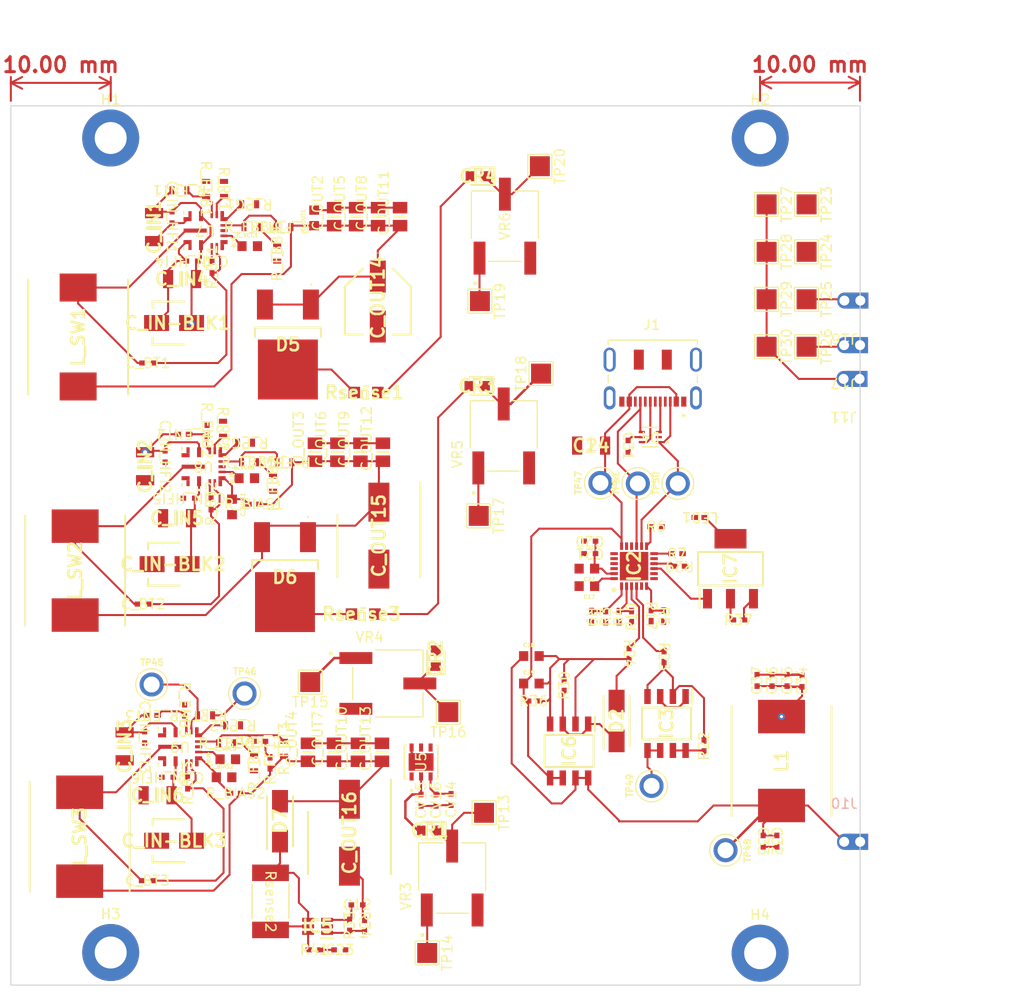
<source format=kicad_pcb>
(kicad_pcb (version 20241229) (generator "pcbnew") (generator_version "9.0")
  (layers (0 "F.Cu" signal) (4 "In1.Cu" signal) (6 "In2.Cu" signal) (8 "In3.Cu" signal) (10 "In4.Cu" signal) (2 "B.Cu" signal) (13 "F.Paste" user) (15 "B.Paste" user) (5 "F.SilkS" user "F.Silkscreen") (7 "B.SilkS" user "B.Silkscreen") (1 "F.Mask" user) (3 "B.Mask" user) (25 "Edge.Cuts" user))
  (net 0 "")
  (net 1 "GND")
  (net 2 "+3.3V")
  (net 3 "+5V")
  (net 4 "/SDA I2C")
  (net 5 "/USB-C PD ~{INT}")
  (net 6 "/SCL I2C")
  (net 7 "/DC.DC1 PGOOD")
  (net 8 "/DC.DC3 PGOOD")
  (net 9 "/DC.DC2 PGOOD")
  (net 10 "+12V")
  (net 11 "/I_Sense1+")
  (net 12 "/I_Sense2+")
  (net 13 "+8.4V")
  (net 14 "USB_DP")
  (net 15 "USB_DM")
  (net 16 "/5V_Sense")
  (net 17 "VBUS")
  (net 18 "Net-(CR2-Pad1)")
  (net 19 "Net-(CR1-Pad1)")
  (net 20 "Net-(CR3-Pad1)")
  (net 21 "VBAT")
  (net 22 "Net-(IC2-VCCD)")
  (net 23 "/VBUS_IN")
  (net 24 "Net-(D2-A)")
  (net 25 "Net-(U8-CBOOT)")
  (net 26 "Net-(U9-BIAS)")
  (net 27 "Net-(U7-CBOOT)")
  (net 28 "Net-(U8-SW)")
  (net 29 "Net-(U7-SW)")
  (net 30 "Net-(U9-SW)")
  (net 31 "Net-(U8-BIAS)")
  (net 32 "Net-(U9-CBOOT)")
  (net 33 "Net-(CR4-Pad1)")
  (net 34 "Net-(U9-FB)")
  (net 35 "Net-(C_OUT1-Pad1)")
  (net 36 "Net-(C_FF1-Pad1)")
  (net 37 "Net-(C_OUT12-Pad1)")
  (net 38 "Net-(D7-A)")
  (net 39 "/DC.DC3 VCC")
  (net 40 "Net-(D2-K)")
  (net 41 "/DC.DC1 VCC")
  (net 42 "Net-(D4-IO3)")
  (net 43 "/DC.DC2 VCC")
  (net 44 "Net-(IC2-VBUS_FET_EN)")
  (net 45 "Net-(D4-IO1)")
  (net 46 "Net-(IC2-SAFE_PWR_EN)")
  (net 47 "Net-(IC2-FLIP)")
  (net 48 "Net-(IC2-ISNK_FINE)")
  (net 49 "/I_Sense3+")
  (net 50 "Net-(IC2-VBUS_MAX)")
  (net 51 "Net-(IC2-FAULT)")
  (net 52 "Net-(IC3-G1)")
  (net 53 "Net-(IC3-S1)")
  (net 54 "Net-(IC5-OUT)")
  (net 55 "Net-(IC7-REXT)")
  (net 56 "Net-(IC7-IOUT)")
  (net 57 "Net-(IC2-VBUS_MIN)")
  (net 58 "Net-(IC5-REF)")
  (net 59 "Net-(U9-RT)")
  (net 60 "Net-(R_FBB3-Pad2)")
  (net 61 "Net-(U7-EN{slash}SYNC)")
  (net 62 "Net-(U8-EN{slash}SYNC)")
  (net 63 "Net-(U9-EN{slash}SYNC)")
  (net 64 "Net-(U8-FB)")
  (net 65 "Net-(U8-RBOOT)")
  (net 66 "Net-(R_FBB2-Pad2)")
  (net 67 "Net-(U7-FB)")
  (net 68 "Net-(U7-RT)")
  (net 69 "Net-(U8-RT)")
  (net 70 "Net-(R_FBB1-Pad2)")
  (net 71 "Net-(U9-RBOOT)")
  (net 72 "Net-(U7-RBOOT)")
  (footprint "Resistor-0402:RES_0402" (layer "F.Cu") (at 116.719702 107.662799)
    (property "Reference" "R6")
    (property "Value" "2k")
  )
  (footprint "Resistor-0402:RES_0402" (layer "F.Cu") (at 86.048301 147.564999 90)
    (property "Reference" "R33")
    (property "Value" "54k2")
  )
  (footprint "TestPoint:TestPoint_Pad_2.0x2.0mm" (layer "F.Cu") (at 82.109 123.215 180)
    (property "Reference" "TP15")
    (property "Value" "TestPoint")
  )
  (footprint "Resistor-0603:RES_0603" (layer "F.Cu") (at 71.5861 126.539999 180)
    (property "Reference" "R_RT3")
    (property "Value" "33k2")
  )
  (footprint "Capacitor-0402:Capacitor_0402" (layer "F.Cu") (at 69.9836 104.8072 180)
    (property "Reference" "C_IN_HFI5")
    (property "Value" "100n")
  )
  (footprint "Resistor-0402:RES_0402" (layer "F.Cu") (at 69.8361 133.292798 90)
    (property "Reference" "R_BT3")
    (property "Value" "100")
  )
  (footprint "Capacitor-0402:Capacitor_0402" (layer "F.Cu") (at 110.094001 110.358099 180)
    (property "Reference" "C21")
    (property "Value" "100n")
  )
  (footprint "Resistor-0805:RES_0805" (layer "F.Cu") (at 87.4086 116.4072)
    (property "Reference" "Rsense3")
    (property "Value" "2.5m" (hide yes))
  )
  (footprint "Resistor-0402:RES_0402" (layer "F.Cu") (at 87.548301 147.564999 -90)
    (property "Reference" "R34")
    (property "Value" "1k")
  )
  (footprint "Resistor-0402:RES_0402" (layer "F.Cu") (at 117.48 116.612799 -90)
    (property "Reference" "R5")
    (property "Value" "DNP")
  )
  (footprint "Capacitor-0402:Capacitor_0402" (layer "F.Cu") (at 94.706 135.034 90)
    (property "Reference" "CV16")
    (property "Value" "1uF")
  )
  (footprint "TestPoint:TestPoint_Pad_2.0x2.0mm" (layer "F.Cu") (at 131.79 89.65 -90)
    (property "Reference" "TP26")
    (property "Value" "TestPoint")
  )
  (footprint "Resistor-0402:RES_0402" (layer "F.Cu") (at 69.430801 98.4072 180)
    (property "Reference" "R_ENT2")
    (property "Value" "590k")
  )
  (footprint "Capacitor-0805:Capacitor_0805" (layer "F.Cu") (at 89.2861 130.239999 90)
    (property "Reference" "C_OUT13")
    (property "Value" "22u")
  )
  (footprint "Capacitor-1206:Capacitor_1206" (layer "F.Cu") (at 69.281 82.875999 180)
    (property "Reference" "C_IN4")
    (property "Value" "4.7u" (hide yes))
  )
  (footprint "Capacitor-0402:Capacitor_0402" (layer "F.Cu") (at 113.922501 99.596897 -90)
    (property "Reference" "C31")
    (property "Value" "1n")
  )
  (footprint "Resistor-0402:RES_0402" (layer "F.Cu") (at 121.522501 129.608099 90)
    (property "Reference" "R22")
    (property "Value" "50k")
  )
  (footprint "Pico_Conn1x1:Pico_01pin" (layer "F.Cu") (at 135.54 89.49 180)
    (property "Reference" "J17")
    (property "Value" "Conn_01x01_Socket")
  )
  (footprint "Capacitor-0603:Capacitor_0603" (layer "F.Cu") (at 75.7586 102.8072)
    (property "Reference" "C_VCC2")
    (property "Value" "1u")
  )
  (footprint "Capacitor-0603:Capacitor_0603" (layer "F.Cu") (at 73.8611 130.939999)
    (property "Reference" "C_VCC3")
    (property "Value" "1u")
  )
  (footprint "Inductor-10.1x10:Inductor_10.1x10" (layer "F.Cu") (at 59.0361 138.689999 -90)
    (property "Reference" "L_SW3")
    (property "Value" "15u" (hide yes))
  )
  (footprint "DCDC_LM61460:VQFN-HR14_RJR_TEX" (layer "F.Cu") (at 69.086101 129.689999 180)
    (property "Reference" "U9")
    (property "Value" "LM61460AASQRJRRQ1")
  )
  (footprint "Capacitor-0805:Capacitor_0805" (layer "F.Cu") (at 87.1336 100.2072 90)
    (property "Reference" "C_OUT9")
    (property "Value" "47u")
  )
  (footprint "Capacitor-0402:Capacitor_0402" (layer "F.Cu") (at 77.0576 129.139999 180)
    (property "Reference" "C_FF1")
    (property "Value" "22p")
  )
  (footprint "Resistor-0603:RES_0603" (layer "F.Cu") (at 78.3836 103.3572 90)
    (property "Reference" "R_FBB2")
    (property "Value" "12k6")
  )
  (footprint "Test Hook:KEYSTONE_5277" (layer "F.Cu") (at 118.902501 103.337799 90)
    (property "Reference" "TP50")
    (property "Value" "5277")
  )
  (footprint "Capacitor-0603:Capacitor_0603" (layer "F.Cu") (at 109.797501 111.858099 180)
    (property "Reference" "C22")
    (property "Value" "1u")
  )
  (footprint "Capacitor-0402:Capacitor_0402" (layer "F.Cu") (at 67.5836 100.6357 -90)
    (property "Reference" "C_IN_HFI2")
    (property "Value" "100n")
  )
  (footprint "Capacitor-1206:Capacitor_1206" (layer "F.Cu") (at 66.481 77.675999 -90)
    (property "Reference" "C_IN1")
    (property "Value" "4.7u" (hide yes))
  )
  (footprint "LED-Yellow_VLMY1300-GS08:LEDC1608X100N" (layer "F.Cu") (at 94.067 138.074 180)
    (property "Reference" "CR1")
    (property "Value" "VLMY1300-GS08" (hide yes))
  )
  (footprint "Resistor-0402:RES_0402" (layer "F.Cu") (at 124.969702 116.993397)
    (property "Reference" "R37")
    (property "Value" "95")
  )
  (footprint "Capacitor-0402:Capacitor_0402" (layer "F.Cu") (at 126.83165 123.045597 90)
    (property "Reference" "C37")
    (property "Value" "470n")
  )
  (footprint "DMP2040USD-13:SOIC127P600X175-8N" (layer "F.Cu") (at 108.022501 130.108099 -90)
    (property "Reference" "IC6")
    (property "Value" "DMP2040USD-13" (hide yes))
  )
  (footprint "Capacitor-0402:Capacitor_0402" (layer "F.Cu") (at 128.33165 123.045597 90)
    (property "Reference" "C36")
    (property "Value" "470n")
  )
  (footprint "Resistor-0603:RES_0603" (layer "F.Cu") (at 73.481 73.853999 -90)
    (property "Reference" "R_RT1")
    (property "Value" "33k2")
  )
  (footprint "LDO ST1L05A:DFN_5APU33R_STM" (layer "F.Cu") (at 93.206 131.2125 90)
    (property "Reference" "U5")
    (property "Value" "ST1L05APU33R")
  )
  (footprint "Capacitor-0805:Capacitor_0805" (layer "F.Cu") (at 84.5 76.629999 90)
    (property "Reference" "C_OUT2")
    (property "Value" "10u")
  )
  (footprint "Capacitor-0603:Capacitor_0603" (layer "F.Cu") (at 82.5 76.754999 90)
    (property "Reference" "C_OUT1")
    (property "Value" "1u")
  )
  (footprint "Resistor-0603:RES_0603" (layer "F.Cu") (at 71.686 73.853999 -90)
    (property "Reference" "R_ENB1")
    (property "Value" "100k")
  )
  (footprint "Resistor-0402:RES_0402" (layer "F.Cu") (at 107.522501 123.5553 90)
    (property "Reference" "R30")
    (property "Value" "50k")
  )
  (footprint "DCDC_LM61460:VQFN-HR14_RJR_TEX" (layer "F.Cu") (at 71.433599 101.6572 180)
    (property "Reference" "U8")
    (property "Value" "LM61460AASQRJRRQ1")
  )
  (footprint "MountingHole:MountingHole_3.2mm_M3_ISO7380_Pad_TopBottom" (layer "F.Cu") (at 127.15 68.77)
    (property "Reference" "H2")
    (property "Value" "MountingHole")
  )
  (footprint "Capacitor-4mm:Capacitor_4mm" (layer "F.Cu") (at 68.4861 139.089999 180)
    (property "Reference" "C_IN-BLK3")
    (property "Value" "10u" (hide yes))
  )
  (footprint "LED-Driver_NCR420ZX:SOT230P700X180-4N" (layer "F.Cu") (at 124.172501 111.868397 90)
    (property "Reference" "IC7")
    (property "Value" "NCR420ZX" (hide yes))
  )
  (footprint "Capacitor-0805:Capacitor_0805" (layer "F.Cu") (at 84.4861 130.239999 90)
    (property "Reference" "C_OUT7")
    (property "Value" "22u")
  )
  (footprint "TVS-SP3004:SOT563_LTF" (layer "F.Cu") (at 116.148401 98.693396 180)
    (property "Reference" "D4")
    (property "Value" "SP3004-04XTG")
  )
  (footprint "Capacitor-8mm:Capacitor_8mm" (layer "F.Cu") (at 88.9836 108.5572 -90)
    (property "Reference" "C_OUT15")
    (property "Value" "100u" (hide yes))
  )
  (footprint "Resistor-0402:RES_0402" (layer "F.Cu") (at 74.638899 134.339999)
    (property "Reference" "R_BIAS2")
    (property "Value" "5")
  )
  (footprint "Resistor-0402:RES_0402" (layer "F.Cu") (at 66.283301 126.539999 180)
    (property "Reference" "R_ENT3")
    (property "Value" "422k")
  )
  (footprint "Capacitor-1206:Capacitor_1206" (layer "F.Cu") (at 66.8361 134.539999 180)
    (property "Reference" "C_IN6")
    (property "Value" "4.7u" (hide yes))
  )
  (footprint "TestPoint:TestPoint_Pad_2.0x2.0mm" (layer "F.Cu") (at 127.79 80.15 -90)
    (property "Reference" "TP28")
    (property "Value" "TestPoint")
  )
  (footprint "Capacitor-0603:Capacitor_0603" (layer "F.Cu") (at 104.247501 120.608099)
    (property "Reference" "C18")
    (property "Value" "1u")
  )
  (footprint "TestPoint:TestPoint_Pad_2.0x2.0mm" (layer "F.Cu") (at 131.79 75.4 -90)
    (property "Reference" "TP23")
    (property "Value" "TestPoint")
  )
  (footprint "Resistor-0603:RES_0603" (layer "F.Cu") (at 69.019 73.992999 180)
    (property "Reference" "R_ENT1")
    (property "Value" "931k")
  )
  (footprint "Resistor-0603:RES_0603" (layer "F.Cu") (at 73.3836 97.8572 -90)
    (property "Reference" "R_RT2")
    (property "Value" "33k2")
  )
  (footprint "Capacitor-0402:Capacitor_0402" (layer "F.Cu") (at 70.281 81.075999 180)
    (property "Reference" "C_IN_HFI4")
    (property "Value" "100n")
  )
  (footprint "INA181A4QDCKRQ1:SOT65P210X110-6N" (layer "F.Cu") (at 82.848301 147.6622 180)
    (property "Reference" "IC5")
    (property "Value" "INA181A4QDCKRQ1" (hide yes))
  )
  (footprint "Test Hook:KEYSTONE_5277" (layer "F.Cu") (at 114.899301 103.337799 90)
    (property "Reference" "TP51")
    (property "Value" "5277")
  )
  (footprint "Resistor-0402:RES_0402" (layer "F.Cu") (at 82.516301 150.0122)
    (property "Reference" "R41")
    (property "Value" "160")
  )
  (footprint "MountingHole:MountingHole_3.2mm_M3_ISO7380_Pad_TopBottom" (layer "F.Cu") (at 62.14 150.28)
    (property "Reference" "H3")
    (property "Value" "MountingHole")
  )
  (footprint "TestPoint:TestPoint_Pad_2.0x2.0mm" (layer "F.Cu") (at 95.93 126.2231 180)
    (property "Reference" "TP16")
    (property "Value" "TestPoint")
  )
  (footprint "DMP2040USD-13:SOIC127P600X175-8N" (layer "F.Cu") (at 117.772501 127.358099 -90)
    (property "Reference" "IC3")
    (property "Value" "DMP2040USD-13" (hide yes))
  )
  (footprint "Resistor-0603:RES_0603" (layer "F.Cu") (at 74.3861 127.539999 180)
    (property "Reference" "R_PG2")
    (property "Value" "100K")
  )
  (footprint "Pico_Conn1x1:Pico_01pin" (layer "F.Cu") (at 135.57 85.03 180)
    (property "Reference" "J16")
    (property "Value" "Conn_01x01_Socket")
  )
  (footprint "Capacitor-0805:Capacitor_0805" (layer "F.Cu") (at 89.3836 100.2072 90)
    (property "Reference" "C_OUT12")
    (property "Value" "47u")
  )
  (footprint "TestPoint:TestPoint_Pad_2.0x2.0mm" (layer "F.Cu") (at 127.79 89.65 -90)
    (property "Reference" "TP30")
    (property "Value" "TestPoint")
  )
  (footprint "Resistor-0603:RES_0603" (layer "F.Cu") (at 75.9836 101.2072)
    (property "Reference" "R_FBB5")
    (property "Value" "50")
  )
  (footprint "Capacitor-8mm:Capacitor_8mm" (layer "F.Cu") (at 86.0361 138.289999 -90)
    (property "Reference" "C_OUT16")
    (property "Value" "560u" (hide yes))
  )
  (footprint "Resistor-0603:RES_0603" (layer "F.Cu") (at 78.798 80.330999 90)
    (property "Reference" "R_FBB1")
    (property "Value" "8k66")
  )
  (footprint "Resistor-0402:RES_0402" (layer "F.Cu") (at 69.5361 125.9872 -90)
    (property "Reference" "R_ENB3")
    (property "Value" "45k3")
  )
  (footprint "Capacitor-0603:Capacitor_0603" (layer "F.Cu") (at 76.056 79.580999)
    (property "Reference" "C_VCC1")
    (property "Value" "1u")
  )
  (footprint "Capacitor-1206:Capacitor_1206" (layer "F.Cu") (at 68.7836 106.8072 180)
    (property "Reference" "C_IN5")
    (property "Value" "4.7u" (hide yes))
  )
  (footprint "Resistor-0603:RES_0603" (layer "F.Cu") (at 79.431 77.675999 180)
    (property "Reference" "R_FBT1")
    (property "Value" "100K")
  )
  (footprint "Capacitor-0402:Capacitor_0402" (layer "F.Cu") (at 67.8361 132.739999 180)
    (property "Reference" "C_IN_HFI6")
    (property "Value" "100n")
  )
  (footprint "Resistor-0603:RES_0603" (layer "F.Cu") (at 79.4861 129.889999 90)
    (property "Reference" "R_FBT3")
    (property "Value" "100K")
  )
  (footprint "TestPoint:TestPoint_Pad_2.0x2.0mm" (layer "F.Cu") (at 105.0936 71.5822 -90)
    (property "Reference" "TP20")
    (property "Value" "TestPoint")
  )
  (footprint "Capacitor-0402:Capacitor_0402" (layer "F.Cu") (at 128.817501 139.131999 -90)
    (property "Reference" "C32")
    (property "Value" "2.2u")
  )
  (footprint "Capacitor-0402:Capacitor_0402" (layer "F.Cu") (at 110.094001 109.108099 180)
    (property "Reference" "C20")
    (property "Value" "100n")
  )
  (footprint "Resistor-0402:RES_0402" (layer "F.Cu") (at 117.522501 120.660898 -90)
    (property "Reference" "R23")
    (property "Value" "1k")
  )
  (footprint "Capacitor-0402:Capacitor_0402" (layer "F.Cu") (at 65.8525 91.275999)
    (property "Reference" "C_BT1")
    (property "Value" "100n")
  )
  (footprint "TestPoint:TestPoint_Pad_2.0x2.0mm" (layer "F.Cu") (at 131.79 84.9 -90)
    (property "Reference" "TP25")
    (property "Value" "TestPoint")
  )
  (footprint "Capacitor-1206:Capacitor_1206" (layer "F.Cu") (at 110.222501 99.543397 180)
    (property "Reference" "C24")
    (property "Value" "4.7u" (hide yes))
  )
  (footprint "TestPoint:TestPoint_Pad_2.0x2.0mm" (layer "F.Cu") (at 131.79 80.15 -90)
    (property "Reference" "TP24")
    (property "Value" "TestPoint")
  )
  (footprint "TestPoint:TestPoint_Pad_2.0x2.0mm" (layer "F.Cu") (at 127.79 75.4 -90)
    (property "Reference" "TP27")
    (property "Value" "TestPoint")
  )
  (footprint "Capacitor-0402:Capacitor_0402" (layer "F.Cu") (at 86.798301 145.5122)
    (property "Reference" "C12")
    (property "Value" "100n")
  )
  (footprint "Capacitor-6mm:Capacitor_6mm" (layer "F.Cu") (at 88.876 85.128999 -90)
    (property "Reference" "C_OUT14")
    (property "Value" "100u" (hide yes))
  )
  (footprint "Resistor-0603:RES_0603" (layer "F.Cu") (at 73.6861 129.339999)
    (property "Reference" "R_FBB6")
    (property "Value" "120")
  )
  (footprint "Resistor-0402:RES_0402" (layer "F.Cu") (at 116.23 116.5553 -90)
    (property "Reference" "R17")
    (property "Value" "2k")
  )
  (footprint "1k Potenciometro:TRIM_3361P-1-102GLF" (layer "F.Cu") (at 101.4756 98.5782 90)
    (property "Reference" "VR5")
    (property "Value" "3361P-1-102GLF")
  )
  (footprint "Capacitor-0603:Capacitor_0603" (layer "F.Cu") (at 74.2836 105.6822 -90)
    (property "Reference" "C_BIAS1")
    (property "Value" "1u")
  )
  (footprint "Capacitor-0805:Capacitor_0805" (layer "F.Cu") (at 91.1 76.629999 90)
    (property "Reference" "C_OUT11")
    (property "Value" "10u")
  )
  (footprint "Capacitor-0805:Capacitor_0805" (layer "F.Cu") (at 88.9 76.629999 90)
    (property "Reference" "C_OUT8")
    (property "Value" "10u")
  )
  (footprint "Resistor-0402:RES_0402" (layer "F.Cu") (at 72.281 81.675999 90)
    (property "Reference" "R_BT1")
    (property "Value" "50")
  )
  (footprint "Test Hook:KEYSTONE_5277" (layer "F.Cu") (at 116.272501 133.608099 90)
    (property "Reference" "TP49")
    (property "Value" "TestPoint")
  )
  (footprint "Capacitor-0603:Capacitor_0603" (layer "F.Cu") (at 104.247501 123.358099)
    (property "Reference" "C19")
    (property "Value" "1u")
  )
  (footprint "Resistor-0805:RES_0805" (layer "F.Cu") (at 87.701 94.228999)
    (property "Reference" "Rsense1")
    (property "Value" "2.5m" (hide yes))
  )
  (footprint "Capacitor-0805:Capacitor_0805" (layer "F.Cu") (at 84.8336 100.2072 90)
    (property "Reference" "C_OUT6")
    (property "Value" "22u")
  )
  (footprint "LED-Yellow_VLMY1300-GS08:LEDC1608X100N" (layer "F.Cu") (at 98.9405 72.5822 180)
    (property "Reference" "CR4")
    (property "Value" "VLMY1300-GS08" (hide yes))
  )
  (footprint "TestPoint:TestPoint_Pad_2.0x2.0mm" (layer "F.Cu") (at 99.0936 85.0822 -90)
    (property "Reference" "TP19")
    (property "Value" "TestPoint")
  )
  (footprint "Capacitor-0402:Capacitor_0402" (layer "F.Cu") (at 65.3836 115.4072)
    (property "Reference" "C_BT2")
    (property "Value" "100n")
  )
  (footprint "TestPoint:TestPoint_Pad_2.0x2.0mm" (layer "F.Cu") (at 127.79 84.9 -90)
    (property "Reference" "TP29")
    (property "Value" "TestPoint")
  )
  (footprint "Capacitor-0402:Capacitor_0402" (layer "F.Cu") (at 131.33165 123.117097 90)
    (property "Reference" "C34")
    (property "Value" "2.2u")
  )
  (footprint "Resistor-0603:RES_0603" (layer "F.Cu") (at 76.231 77.675999)
    (property "Reference" "R_FBB4")
    (property "Value" "30")
  )
  (footprint "Inductor-11.5x10:Inductor_11.5x10" (layer "F.Cu") (at 58.881 88.675999 -90)
    (property "Reference" "L_SW1")
    (property "Value" "10u" (hide yes))
  )
  (footprint "Resistor-0402:RES_0402" (layer "F.Cu") (at 114.272501 116.660898 90)
    (property "Reference" "R10")
    (property "Value" "2k")
  )
  (footprint "Capacitor-0402:Capacitor_0402" (layer "F.Cu") (at 65.8076 143.089999)
    (property "Reference" "C_BT3")
    (property "Value" "100n")
  )
  (footprint "MountingHole:MountingHole_3.2mm_M3_ISO7380_Pad_TopBottom" (layer "F.Cu") (at 62.14 68.76)
    (property "Reference" "H1")
    (property "Value" "MountingHole")
  )
  (footprint "TestPoint:TestPoint_Pad_2.0x2.0mm" (layer "F.Cu") (at 93.817 150.324 -90)
    (property "Reference" "TP14")
    (property "Value" "TestPoint")
  )
  (footprint "Capacitor-0402:Capacitor_0402" (layer "F.Cu") (at 68.281 76.704499 -90)
    (property "Reference" "C_IN_HFI1")
    (property "Value" "100n")
  )
  (footprint "Capacitor-4mm:Capacitor_4mm" (layer "F.Cu") (at 68.481 87.275999 180)
    (property "Reference" "C_IN-BLK1")
    (property "Value" "10u" (hide yes))
  )
  (footprint "Resistor-0603:RES_0603" (layer "F.Cu") (at 79.5336 101.2072 180)
    (property "Reference" "R_FBT2")
    (property "Value" "100K")
  )
  (footprint "Test Hook:KEYSTONE_5277" (layer "F.Cu") (at 111.152501 103.283099 90)
    (property "Reference" "TP47")
    (property "Value" "TestPoint")
  )
  (footprint "MountingHole:MountingHole_3.2mm_M3_ISO7380_Pad_TopBottom" (layer "F.Cu") (at 127.14 150.35)
    (property "Reference" "H4")
    (property "Value" "MountingHole")
  )
  (footprint "Resistor-0402:RES_0402" (layer "F.Cu") (at 76.480801 105.4072)
    (property "Reference" "R_BIAS1")
    (property "Value" "5")
  )
  (footprint "Capacitor-0402:Capacitor_0402" (layer "F.Cu") (at 127.445901 139.131999 -90)
    (property "Reference" "C33")
    (property "Value" "2.2u")
  )
  (footprint "Resistor-0402:RES_0402" (layer "F.Cu") (at 78.0861 131.292798 90)
    (property "Reference" "R_FF1")
    (property "Value" "1k")
  )
  (footprint "1k Potenciometro:TRIM_3361P-1-102GLF" (layer "F.Cu") (at 89.88 123.34895)
    (property "Reference" "VR4")
    (property "Value" "3361P-1-102GLF")
  )
  (footprint "Capacitor-0603:Capacitor_0603" (layer "F.Cu") (at 73.4861 132.739999)
    (property "Reference" "C_BIAS2")
    (property "Value" "1u")
  )
  (footprint "Resistor-0603:RES_0603" (layer "F.Cu") (at 75.992 75.389999 180)
    (property "Reference" "R_PG1")
    (property "Value" "100K")
  )
  (footprint "1k Potenciometro:TRIM_3361P-1-102GLF" (layer "F.Cu") (at 101.5936 77.5822 90)
    (property "Reference" "VR6")
    (property "Value" "3361P-1-102GLF")
  )
  (footprint "SchottkyDiode-RB095BGE:RD3P175SNFRATL" (layer "F.Cu") (at 79.876 89.678999 180)
    (property "Reference" "D5")
    (property "Value" "RB095BGE" (hide yes))
  )
  (footprint "TestPoint:TestPoint_Pad_2.0x2.0mm" (layer "F.Cu") (at 99.508 136.296 -90)
    (property "Reference" "TP13")
    (property "Value" "TestPoint")
  )
  (footprint "1k Potenciometro:TRIM_3361P-1-102GLF" (layer "F.Cu") (at 96.317 142.824 90)
    (property "Reference" "VR3")
    (property "Value" "3361P-1-102GLF")
  )
  (footprint "Capacitor-0805:Capacitor_0805" (layer "F.Cu") (at 86.8861 130.239999 90)
    (property "Reference" "C_OUT10")
    (property "Value" "22u")
  )
  (footprint "Capacitor-0805:Capacitor_0805" (layer "F.Cu") (at 86.7 76.629999 90)
    (property "Reference" "C_OUT5")
    (property "Value" "10u")
  )
  (footprint "Pico_Conn1x1:Pico_01pin" (layer "F.Cu") (at 135.49 92.87 180)
    (property "Reference" "J11")
    (property "Value" "Conn_01x01_Socket")
  )
  (footprint "Test Hook:KEYSTONE_5277" (layer "F.Cu") (at 75.536301 124.357999)
    (property "Reference" "TP46")
    (property "Value" "TestPoint")
  )
  (footprint "TestPoint:TestPoint_Pad_2.0x2.0mm" (layer "F.Cu") (at 98.9756 106.5782 -90)
    (property "Reference" "TP17")
    (property "Value" "TestPoint")
  )
  (footprint "Resistor-0402:RES_0402" (layer "F.Cu") (at 104.469702 125.108099)
    (property "Reference" "R36")
    (property "Value" "10k")
  )
  (footprint "Resistor-0402:RES_0402" (layer "F.Cu") (at 71.7836 98.0072 -90)
    (property "Reference" "R_ENB2")
    (property "Value" "63k4")
  )
  (footprint "LED-Yellow_VLMY1300-GS08:LEDC1608X100N" (layer "F.Cu") (at 98.8225 93.5782 180)
    (property "Reference" "CR3")
    (property "Value" "VLMY1300-GS08" (hide yes))
  )
  (footprint "Resistor-0402:RES_0402" (layer "F.Cu") (at 114.022501 120.358099 -90)
    (property "Reference" "R24")
    (property "Value" "1k")
  )
  (footprint "Resistor-0402:RES_0402" (layer "F.Cu") (at 118.8253 110.358099)
    (property "Reference" "R7")
    (property "Value" "2k")
  )
  (footprint "Inductor-10.1x10:Inductor_10.1x10" (layer "F.Cu") (at 58.5836 112.0572 -90)
    (property "Reference" "L_SW2")
    (property "Value" "15u" (hide yes))
  )
  (footprint "TestPoint:TestPoint_Pad_2.0x2.0mm" (layer "F.Cu") (at 105.21 92.34 90)
    (property "Reference" "TP18")
    (property "Value" "TestPoint")
  )
  (footprint "Capacitor-4mm:Capacitor_4mm" (layer "F.Cu") (at 68.0336 111.4072 180)
    (property "Reference" "C_IN-BLK2")
    (property "Value" "10u" (hide yes))
  )
  (footprint "Resistor-0402:RES_0402" (layer "F.Cu") (at 119.0753 111.612799 180)
    (property "Reference" "R29")
    (property "Value" "2k")
  )
  (footprint "Resistor-2512:RES_WSLP2512" (layer "F.Cu") (at 78.136 145.1625 -90)
    (property "Reference" "Rsense2")
    (property "Value" "7.5m")
  )
  (footprint "Capacitor-0402:Capacitor_0402" (layer "F.Cu") (at 96.206 134.9625 90)
    (property "Reference" "CV14")
    (property "Value" "4.7uF")
  )
  (footprint "Capacitor-0402:Capacitor_0402" (layer "F.Cu") (at 85.0691 150.0122)
    (property "Reference" "C23")
    (property "Value" "100n")
  )
  (footprint "Capacitor-0603:Capacitor_0603" (layer "F.Cu") (at 109.797501 113.608099 180)
    (property "Reference" "C17")
    (property "Value" "1u")
  )
  (footprint "Capacitor-0805:Capacitor_0805" (layer "F.Cu") (at 81.8861 130.239999 90)
    (property "Reference" "C_OUT4")
    (property "Value" "22u")
  )
  (footprint "Capacitor-1206:Capacitor_1206" (layer "F.Cu") (at 63.5361 129.639999 -90)
    (property "Reference" "C_IN3")
    (property "Value" "4.7u" (hide yes))
  )
  (footprint "DCDC_LM61460:VQFN-HR14_RJR_TEX" (layer "F.Cu") (at 71.631 78.025999 180)
    (property "Reference" "U7")
    (property "Value" "LM61460AASQRJRRQ1")
  )
  (footprint "Resistor-0402:RES_0402" (layer "F.Cu") (at 113.022501 116.660898 90)
    (property "Reference" "R4")
    (property "Value" "2k")
  )
  (footprint "Resistor-0402:RES_0402" (layer "F.Cu") (at 110.272501 116.660898 -90)
    (property "Reference" "R9")
    (property "Value" "2k")
  )
  (footprint "Capacitor-0402:Capacitor_0402" (layer "F.Cu") (at 129.83165 123.045597 90)
    (property "Reference" "C35")
    (property "Value" "2.2u")
  )
  (footprint "LED-Red_VLMS1500-GS08:LED_00-GS08_VIS_RED" (layer "F.Cu") (at 121.122501 106.738197 180)
    (property "Reference" "LED1")
    (property "Value" "VLMS1500-GS08")
  )
  (footprint "USBC-DX07S016JA1:JAE_DX07S016JA1R1500" (layer "F.Cu") (at 116.397501 94.043397 180)
    (property "Reference" "J1")
    (property "Value" "DX07S016JA1R1500")
    (fp_line (start 3.125 0.315) (end 2.875 0.315) (stroke (width 0.01)) (layer "Edge.Cuts"))
    (fp_line (start 2.875 -0.315) (end 3.125 -0.315) (stroke (width 0.01)) (layer "Edge.Cuts"))
    (fp_arc (start 3.44 0) (mid 3.347739 0.222739) (end 3.125 0.315) (stroke (width 0.01)) (layer "Edge.Cuts"))
    (fp_arc (start 3.125 -0.315) (mid 3.347739 -0.222739) (end 3.44 0) (stroke (width 0.01)) (layer "Edge.Cuts"))
    (fp_arc (start 2.875 0.315) (mid 2.652261 0.222739) (end 2.56 0) (stroke (width 0.01)) (layer "Edge.Cuts"))
    (fp_arc (start 2.56 0) (mid 2.652261 -0.222739) (end 2.875 -0.315) (stroke (width 0.01)) (layer "Edge.Cuts"))
  )
  (footprint "Capacitor-1206:Capacitor_1206" (layer "F.Cu") (at 65.5836 101.6072 -90)
    (property "Reference" "C_IN2")
    (property "Value" "4.7u" (hide yes))
  )
  (footprint "SchottkyDiode-RB095BGE:RD3P175SNFRATL" (layer "F.Cu") (at 79.5836 112.9572 180)
    (property "Reference" "D6")
    (property "Value" "RB095BGE" (hide yes))
  )
  (footprint "Resistor-0603:RES_0603" (layer "F.Cu") (at 76.4861 131.339999 90)
    (property "Reference" "R_FBB3")
    (property "Value" "22k1")
  )
  (footprint "Capacitor-0402:Capacitor_0402" (layer "F.Cu") (at 93.206 135.034 90)
    (property "Reference" "CV15")
    (property "Value" "4.7uF")
  )
  (footprint "Test Hook:KEYSTONE_5277" (layer "F.Cu") (at 66.236301 123.457999)
    (property "Reference" "TP45")
    (property "Value" "TestPoint")
  )
  (footprint "Capacitor-0805:Capacitor_0805" (layer "F.Cu") (at 82.5836 100.2072 90)
    (property "Reference" "C_OUT3")
    (property "Value" "22u")
  )
  (footprint "Diode-Schottky_RSX301L:DIOM5026X220N" (layer "F.Cu") (at 79.0861 137.139999 90)
    (property "Reference" "D7")
    (property "Value" "RSX301L" (hide yes))
  )
  (footprint "Test Hook:KEYSTONE_5277" (layer "F.Cu") (at 123.68 140.04 -90)
    (property "Reference" "TP48")
    (property "Value" "TestPoint")
  )
  (footprint "Inductor-10.1x10:Inductor_10.1x10" (layer "F.Cu") (at 129.28165 131.117097 90)
    (property "Reference" "L1")
    (property "Value" "2.2u" (hide yes))
  )
  (footprint "Diode-Schottky_RSX301L:DIOM5026X220N" (layer "F.Cu") (at 112.772501 127.108099 90)
    (property "Reference" "D2")
    (property "Value" "RSX301L" (hide yes))
  )
  (footprint "Capacitor-0402:Capacitor_0402" (layer "F.Cu") (at 65.5361 128.739999 -90)
    (property "Reference" "C_IN_HFI3")
    (property "Value" "100n")
  )
  (footprint "LED-Yellow_VLMY1300-GS08:LEDC1608X100N" (layer "F.Cu") (at 94.68 120.82 90)
    (property "Reference" "CR2")
    (property "Value" "VLMY1300-GS08" (hide yes))
  )
  (footprint "Resistor-0402:RES_0402" (layer "F.Cu") (at 72.1836 105.359999 90)
    (property "Reference" "R_BT2")
    (property "Value" "50")
  )
  (footprint "USBC-PD_CYPD3177:QFN50P400X400X60-25N-D" (layer "F.Cu") (at 114.522501 111.608099 90)
    (property "Reference" "IC2")
    (property "Value" "CYPD3177-24LQXQT" (hide yes))
  )
  (footprint "Resistor-0603:RES_0603" (layer "F.Cu") (at 75.5836 99.2572 180)
    (property "Reference" "R_PG3")
    (property "Value" "100K")
  )
  (footprint "Resistor-0402:RES_0402" (layer "F.Cu") (at 111.682901 116.660898 90)
    (property "Reference" "R3")
    (property "Value" "2k")
  )
  (footprint "Pico_Conn1x1:Pico_01pin" (layer "B.Cu") (at 135.5499 139.2 180)
    (property "Reference" "J10")
    (property "Value" "Conn_01x01_Socket")
  )
  (gr_rect (start 52.146 65.54) (end 137.146 153.54) (stroke (width 0.1)) (fill no) (layer "Edge.Cuts"))
  (dimension (type orthogonal) (layer "F.Cu") (pts (xy 127.13 65.53) (xy 137.13 65.53)) (height -2.32) (orientation 0) (format (prefix "") (suffix "") (units 3) (units_format 1) (precision 2)) (style (thickness 0.2) (arrow_length 1.27) (text_position_mode 0) (arrow_direction outward) (extension_height 0.58642) (extension_offset 0.5) (keep_text_aligned yes)) (gr_text "10.00 mm" (at 132.13 61.41 0) (layer "F.Cu") (effects (font (size 1.5 1.5) (thickness 0.3)))))
  (dimension (type orthogonal) (layer "F.Cu") (pts (xy 52.146 65.54) (xy 62.146 65.54)) (height -2.3) (orientation 0) (format (prefix "") (suffix "") (units 3) (units_format 1) (precision 2)) (style (thickness 0.2) (arrow_length 1.27) (text_position_mode 0) (arrow_direction outward) (extension_height 0.58642) (extension_offset 0.5) (keep_text_aligned yes)) (gr_text "10.00 mm" (at 57.146 61.44 0) (layer "F.Cu") (effects (font (size 1.5 1.5) (thickness 0.3)))))
  (segment (start 94.7775 135.534) (end 94.706 135.6055) (width 0.2) (layer "F.Cu") (net 1))
  (segment (start 87.369801 145.5122) (end 87.369801 146.8337) (width 0.2) (layer "F.Cu") (net 1))
  (segment (start 98.9356 101.7782) (end 98.9356 106.5382) (width 0.2) (layer "F.Cu") (net 1))
  (segment (start 125.522501 116.993397) (end 125.522501 115.818397) (width 0.2) (layer "F.Cu") (net 1))
  (segment (start 93.817 146.064) (end 93.777 146.024) (width 0.2) (layer "F.Cu") (net 1))
  (segment (start 91.1 75.729999) (end 88.9 75.729999) (width 0.2) (layer "F.Cu") (net 1))
  (segment (start 86.7 75.729999) (end 84.5 75.729999) (width 0.2) (layer "F.Cu") (net 1))
  (segment (start 68.281 77.275999) (end 69.431001 77.275999) (width 0.2) (layer "F.Cu") (net 1))
  (segment (start 87.1336 99.3072) (end 84.8336 99.3072) (width 0.2) (layer "F.Cu") (net 1))
  (segment (start 128.817501 139.703499) (end 127.445901 139.703499) (width 0.2) (layer "F.Cu") (net 1))
  (segment (start 86.0361 141.639999) (end 87.369801 142.9737) (width 0.2) (layer "F.Cu") (net 1))
  (segment (start 125.522501 115.818397) (end 126.472501 114.868397) (width 0.2) (layer "F.Cu") (net 1))
  (segment (start 67.881 86.125999) (end 66.731 87.275999) (width 0.2) (layer "F.Cu") (net 1))
  (segment (start 135.49 92.87) (end 131.01 92.87) (width 0.2) (layer "F.Cu") (net 1))
  (segment (start 66.481 79.075999) (end 68.281 77.275999) (width 0.2) (layer "F.Cu") (net 1))
  (segment (start 129.83165 122.474097) (end 131.26015 122.474097) (width 0.25) (layer "F.Cu") (net 1))
  (segment (start 68.962749 79.910673) (end 69.764212 79.10921) (width 0.2) (layer "F.Cu") (net 1))
  (segment (start 96.206 135.534) (end 94.7775 135.534) (width 0.2) (layer "F.Cu") (net 1))
  (segment (start 67.881 82.875999) (end 67.881 81.988999) (width 0.2) (layer "F.Cu") (net 1))
  (segment (start 126.83165 122.474097) (end 128.33165 122.474097) (width 0.2) (layer "F.Cu") (net 1))
  (segment (start 89.2861 129.339999) (end 86.8861 129.339999) (width 0.2) (layer "F.Cu") (net 1))
  (segment (start 131.01 92.87) (end 127.79 89.65) (width 0.2) (layer "F.Cu") (net 1))
  (segment (start 89.3836 99.3072) (end 87.1336 99.3072) (width 0.2) (layer "F.Cu") (net 1))
  (segment (start 119.497501 95.143397) (end 119.497501 95.383397) (width 0.2) (layer "F.Cu") (net 1))
  (segment (start 129.83165 122.474097) (end 128.33165 122.474097) (width 0.2) (layer "F.Cu") (net 1))
  (segment (start 87.369801 142.9737) (end 87.369801 145.5122) (width 0.2) (layer "F.Cu") (net 1))
  (segment (start 67.881 81.988999) (end 68.794 81.075999) (width 0.2) (layer "F.Cu") (net 1))
  (segment (start 84.51505 120.80895) (end 82.109 123.215) (width 0.25) (layer "F.Cu") (net 1))
  (segment (start 88.9 75.729999) (end 86.7 75.729999) (width 0.2) (layer "F.Cu") (net 1))
  (segment (start 127.79 75.4) (end 127.79 80.15) (width 0.2) (layer "F.Cu") (net 1))
  (segment (start 82.5836 99.3072) (end 84.8336 99.3072) (width 0.2) (layer "F.Cu") (net 1))
  (segment (start 127.79 89.65) (end 127.79 84.9) (width 0.2) (layer "F.Cu") (net 1))
  (segment (start 99.0536 85.0422) (end 99.0936 85.0822) (width 0.2) (layer "F.Cu") (net 1))
  (segment (start 86.8861 129.339999) (end 84.4861 129.339999) (width 0.2) (layer "F.Cu") (net 1))
  (segment (start 93.817 150.324) (end 93.817 146.064) (width 0.2) (layer "F.Cu") (net 1))
  (segment (start 67.881 82.875999) (end 67.881 86.125999) (width 0.2) (layer "F.Cu") (net 1))
  (segment (start 93.206 135.6055) (end 94.706 135.6055) (width 0.2) (layer "F.Cu") (net 1))
  (segment (start 98.9356 106.5382) (end 98.9756 106.5782) (width 0.2) (layer "F.Cu") (net 1))
  (segment (start 87.369801 146.8337) (end 87.548301 147.0122) (width 0.2) (layer "F.Cu") (net 1))
  (segment (start 86.68 120.80895) (end 84.51505 120.80895) (width 0.25) (layer "F.Cu") (net 1))
  (segment (start 131.26015 122.474097) (end 131.33165 122.545597) (width 0.25) (layer "F.Cu") (net 1))
  (segment (start 84.25 75.979999) (end 84.5 75.729999) (width 0.2) (layer "F.Cu") (net 1))
  (segment (start 73.354301 126.539999) (end 72.3361 126.539999) (width 0.2) (layer "F.Cu") (net 1))
  (segment (start 99.0536 80.7822) (end 99.0536 85.0422) (width 0.2) (layer "F.Cu") (net 1))
  (segment (start 75.536301 124.357999) (end 73.354301 126.539999) (width 0.2) (layer "F.Cu") (net 1))
  (segment (start 68.794 81.075999) (end 69.7095 81.075999) (width 0.2) (layer "F.Cu") (net 1))
  (segment (start 69.431001 77.275999) (end 69.764212 76.942788) (width 0.2) (layer "F.Cu") (net 1))
  (segment (start 82.5 75.979999) (end 84.25 75.979999) (width 0.2) (layer "F.Cu") (net 1))
  (segment (start 81.8861 129.339999) (end 84.4861 129.339999) (width 0.2) (layer "F.Cu") (net 1))
  (segment (start 68.962749 80.329248) (end 68.962749 79.910673) (width 0.2) (layer "F.Cu") (net 1))
  (segment (start 69.7095 81.075999) (end 68.962749 80.329248) (width 0.2) (layer "F.Cu") (net 1))
  (segment (start 127.79 84.9) (end 127.79 80.15) (width 0.2) (layer "F.Cu") (net 1))
  (segment (start 92.255999 129.7647) (end 92.255999 130.262499) (width 0.2) (layer "F.Cu") (net 1))
  (segment (start 92.255999 130.262499) (end 93.206 131.2125) (width 0.2) (layer "F.Cu") (net 1))
  (segment (start 111.772501 112.358099) (end 111.272501 111.858099) (width 0.2) (layer "F.Cu") (net 2))
  (segment (start 91.634 135.153) (end 92.3245 134.4625) (width 0.25) (layer "F.Cu") (net 2))
  (segment (start 93.206 132.6603) (end 93.206 134.4625) (width 0.2) (layer "F.Cu") (net 2))
  (segment (start 110.572501 111.858099) (end 110.572501 110.451099) (width 0.2) (layer "F.Cu") (net 2))
  (segment (start 91.634 136.804) (end 91.634 135.153) (width 0.25) (layer "F.Cu") (net 2))
  (segment (start 92.904 138.074) (end 91.634 136.804) (width 0.25) (layer "F.Cu") (net 2))
  (segment (start 92.3245 134.4625) (end 93.206 134.4625) (width 0.25) (layer "F.Cu") (net 2))
  (segment (start 110.665501 109.108099) (end 110.665501 110.358099) (width 0.2) (layer "F.Cu") (net 2))
  (segment (start 86.226801 145.5122) (end 86.226801 146.8337) (width 0.2) (layer "F.Cu") (net 2))
  (segment (start 86.226801 146.8337) (end 86.048301 147.0122) (width 0.2) (layer "F.Cu") (net 2))
  (segment (start 110.572501 110.451099) (end 110.665501 110.358099) (width 0.2) (layer "F.Cu") (net 2))
  (segment (start 112.522501 112.358099) (end 111.772501 112.358099) (width 0.2) (layer "F.Cu") (net 2))
  (segment (start 93.317 138.074) (end 92.904 138.074) (width 0.25) (layer "F.Cu") (net 2))
  (segment (start 83.798301 147.0122) (end 86.048301 147.0122) (width 0.2) (layer "F.Cu") (net 2))
  (segment (start 111.272501 111.858099) (end 110.572501 111.858099) (width 0.2) (layer "F.Cu") (net 2))
  (segment (start 94.7775 134.391) (end 94.706 134.4625) (width 0.2) (layer "F.Cu") (net 3))
  (segment (start 78.4938 147.6622) (end 81.898301 147.6622) (width 0.2) (layer "F.Cu") (net 3))
  (segment (start 94.156001 132.6603) (end 94.156001 133.912501) (width 0.2) (layer "F.Cu") (net 3))
  (segment (start 94.156001 133.912501) (end 94.706 134.4625) (width 0.2) (layer "F.Cu") (net 3))
  (segment (start 114.254502 98.693396) (end 113.922501 99.025397) (width 0.2) (layer "F.Cu") (net 3))
  (segment (start 96.206 134.391) (end 94.7775 134.391) (width 0.2) (layer "F.Cu") (net 3))
  (segment (start 77.7551 147.637999) (end 77.3881 148.004999) (width 0.2) (layer "F.Cu") (net 3))
  (segment (start 115.297501 98.693396) (end 114.254502 98.693396) (width 0.2) (layer "F.Cu") (net 3))
  (segment (start 116.272501 132.108099) (end 115.867501 131.703099) (width 0.2) (layer "F.Cu") (net 3))
  (segment (start 77.3881 148.004999) (end 77.730899 147.6622) (width 0.2) (layer "F.Cu") (net 3))
  (segment (start 115.867501 131.703099) (end 115.867501 130.058099) (width 0.2) (layer "F.Cu") (net 3))
  (segment (start 116.272501 133.608099) (end 116.272501 132.108099) (width 0.2) (layer "F.Cu") (net 3))
  (segment (start 115.867501 130.058099) (end 117.137501 130.058099) (width 0.2) (layer "F.Cu") (net 3))
  (segment (start 116.522501 110.358099) (end 118.272501 110.358099) (width 0.2) (layer "F.Cu") (net 4))
  (segment (start 115.772501 109.608099) (end 115.772501 109.562799) (width 0.2) (layer "F.Cu") (net 6))
  (segment (start 115.772501 109.562799) (end 116.166903 109.168397) (width 0.2) (layer "F.Cu") (net 6))
  (segment (start 116.166903 109.168397) (end 116.166903 107.662799) (width 0.2) (layer "F.Cu") (net 6))
  (segment (start 73.6582 76.973799) (end 73.480999 76.973799) (width 0.2) (layer "F.Cu") (net 7))
  (segment (start 75.242 75.389999) (end 73.6582 76.973799) (width 0.2) (layer "F.Cu") (net 7))
  (segment (start 73.6361 127.539999) (end 72.158578 127.539999) (width 0.2) (layer "F.Cu") (net 8))
  (segment (start 72.158578 127.539999) (end 71.158578 128.539999) (width 0.2) (layer "F.Cu") (net 8))
  (segment (start 73.4858 100.605) (end 73.283598 100.605) (width 0.2) (layer "F.Cu") (net 9))
  (segment (start 74.8336 99.2572) (end 73.4858 100.605) (width 0.2) (layer "F.Cu") (net 9))
  (segment (start 135.38 89.65) (end 131.79 89.65) (width 0.2) (layer "F.Cu") (net 10))
  (segment (start 88.876 94.228999) (end 89.607801 94.228999) (width 0.2) (layer "F.Cu") (net 10))
  (segment (start 98.1905 72.5822) (end 95.1656 75.6071) (width 0.2) (layer "F.Cu") (net 10))
  (segment (start 89.607801 94.228999) (end 95.1656 88.6712) (width 0.2) (layer "F.Cu") (net 10))
  (segment (start 135.54 89.49) (end 135.38 89.65) (width 0.2) (layer "F.Cu") (net 10))
  (segment (start 95.1656 75.6071) (end 95.1656 88.6712) (width 0.2) (layer "F.Cu") (net 10))
  (segment (start 84.226 91.928999) (end 86.526 94.228999) (width 0.2) (layer "F.Cu") (net 11))
  (segment (start 79.876 91.928999) (end 84.226 91.928999) (width 0.2) (layer "F.Cu") (net 11))
  (segment (start 86.2336 116.4072) (end 81.8836 116.4072) (width 0.2) (layer "F.Cu") (net 12))
  (segment (start 81.8836 116.4072) (end 79.5336 114.0572) (width 0.2) (layer "F.Cu") (net 12))
  (segment (start 98.0725 93.5782) (end 94.9116 96.7391) (width 0.2) (layer "F.Cu") (net 13))
  (segment (start 135.44 84.9) (end 131.79 84.9) (width 0.2) (layer "F.Cu") (net 13))
  (segment (start 94.9116 96.7391) (end 94.9116 115.3412) (width 0.2) (layer "F.Cu") (net 13))
  (segment (start 93.8456 116.4072) (end 88.5836 116.4072) (width 0.2) (layer "F.Cu") (net 13))
  (segment (start 135.57 85.03) (end 135.44 84.9) (width 0.2) (layer "F.Cu") (net 13))
  (segment (start 94.9116 115.3412) (end 93.8456 116.4072) (width 0.2) (layer "F.Cu") (net 13))
  (segment (start 115.297501 99.193395) (end 115.818602 99.193395) (width 0.2) (layer "F.Cu") (net 14))
  (segment (start 115.818602 99.193395) (end 116.147501 98.864496) (width 0.2) (layer "F.Cu") (net 14))
  (segment (start 116.147501 98.864496) (end 116.147501 95.143397) (width 0.2) (layer "F.Cu") (net 14))
  (segment (start 116.999301 98.193397) (end 117.147501 98.045197) (width 0.2) (layer "F.Cu") (net 15))
  (segment (start 117.147501 98.045197) (end 117.147501 95.143397) (width 0.2) (layer "F.Cu") (net 15))
  (segment (start 83.0691 150.0122) (end 84.4976 150.0122) (width 0.2) (layer "F.Cu") (net 16))
  (segment (start 66.0361 127.339999) (end 65.5361 127.839999) (width 0.2) (layer "F.Cu") (net 17))
  (segment (start 129.90315 123.688597) (end 129.83165 123.617097) (width 0.25) (layer "F.Cu") (net 17))
  (segment (start 63.5361 128.239999) (end 65.2361 126.539999) (width 0.2) (layer "F.Cu") (net 17))
  (segment (start 68.636102 127.740001) (end 68.2361 127.339999) (width 0.2) (layer "F.Cu") (net 17))
  (segment (start 66.624 76.132999) (end 66.481 76.275999) (width 0.2) (layer "F.Cu") (net 17))
  (segment (start 68.636102 128.239999) (end 68.636102 128.140001) (width 0.2) (layer "F.Cu") (net 17))
  (segment (start 70.9836 103.1072) (end 70.9836 104.3787) (width 0.2) (layer "F.Cu") (net 17))
  (segment (start 72.125799 77.520797) (end 71.181001 76.575999) (width 0.2) (layer "F.Cu") (net 17))
  (segment (start 70.668 75.262999) (end 69.151 75.262999) (width 0.2) (layer "F.Cu") (net 17))
  (segment (start 68.636102 131.139999) (end 68.636102 132.511497) (width 0.2) (layer "F.Cu") (net 17))
  (segment (start 70.7836 99.2072) (end 67.9836 99.2072) (width 0.2) (layer "F.Cu") (net 17))
  (segment (start 72.125799 78.531201) (end 72.125799 77.520797) (width 0.2) (layer "F.Cu") (net 17))
  (segment (start 71.181001 75.776) (end 70.668 75.262999) (width 0.2) (layer "F.Cu") (net 17))
  (segment (start 67.3836 98.4072) (end 65.5836 100.2072) (width 0.2) (layer "F.Cu") (net 17))
  (segment (start 63.5361 128.239999) (end 65.4646 128.239999) (width 0.2) (layer "F.Cu") (net 17))
  (segment (start 70.9836 100.2072) (end 70.9836 99.4072) (width 0.2) (layer "F.Cu") (net 17))
  (segment (start 131.33165 124.617097) (end 129.28165 126.667097) (width 0.2) (layer "F.Cu") (net 17))
  (segment (start 68.878002 98.4072) (end 67.3836 98.4072) (width 0.2) (layer "F.Cu") (net 17))
  (segment (start 71.181001 76.575999) (end 71.181001 75.776) (width 0.2) (layer "F.Cu") (net 17))
  (segment (start 70.9836 99.4072) (end 70.7836 99.2072) (width 0.2) (layer "F.Cu") (net 17))
  (segment (start 70.1836 106.8072) (end 70.5551 106.4357) (width 0.2) (layer "F.Cu") (net 17))
  (segment (start 66.481 75.780999) (end 68.269 73.992999) (width 0.2) (layer "F.Cu") (net 17))
  (segment (start 70.9836 104.3787) (end 70.5551 104.8072) (width 0.2) (layer "F.Cu") (net 17))
  (segment (start 65.4646 128.239999) (end 65.5361 128.168499) (width 0.2) (layer "F.Cu") (net 17))
  (segment (start 71.181001 79.475999) (end 71.181001 80.747498) (width 0.2) (layer "F.Cu") (net 17))
  (segment (start 70.231 83.325999) (end 70.681 82.875999) (width 0.2) (layer "F.Cu") (net 17))
  (segment (start 67.5836 100.0642) (end 67.5836 99.6072) (width 0.2) (layer "F.Cu") (net 17))
  (segment (start 68.281 76.132999) (end 66.624 76.132999) (width 0.2) (layer "F.Cu") (net 17))
  (segment (start 68.4076 134.368499) (end 68.2361 134.539999) (width 0.2) (layer "F.Cu") (net 17))
  (segment (start 129.83165 123.617097) (end 128.33165 123.617097) (width 0.2) (layer "F.Cu") (net 17))
  (segment (start 126.83165 123.617097) (end 128.33165 123.617097) (width 0.2) (layer "F.Cu") (net 17))
  (segment (start 69.151 75.262999) (end 68.281 76.132999) (width 0.2) (layer "F.Cu") (net 17))
  (segment (start 68.4076 132.739999) (end 68.4076 134.368499) (width 0.2) (layer "F.Cu") (net 17))
  (segment (start 131.33165 123.688597) (end 131.33165 124.617097) (width 0.2) (layer "F.Cu") (net 17))
  (segment (start 70.681 81.247499) (end 70.8525 81.075999) (width 0.2) (layer "F.Cu") (net 17))
  (segment (start 65.5361 127.839999) (end 65.5361 128.168499) (width 0.2) (layer "F.Cu") (net 17))
  (segment (start 70.5551 106.4357) (end 70.5551 104.8072) (width 0.2) (layer "F.Cu") (net 17))
  (segment (start 68.2361 134.889999) (end 70.2361 136.889999) (width 0.2) (layer "F.Cu") (net 17))
  (segment (start 70.1836 111.0072) (end 69.7836 111.4072) (width 0.2) (layer "F.Cu") (net 17))
  (segment (start 68.2361 134.539999) (end 68.2361 134.889999) (width 0.2) (layer "F.Cu") (net 17))
  (segment (start 131.33165 123.688597) (end 129.90315 123.688597) (width 0.25) (layer "F.Cu") (net 17))
  (segment (start 71.181001 80.747498) (end 70.8525 81.075999) (width 0.2) (layer "F.Cu") (net 17))
  (segment (start 70.231 87.275999) (end 70.231 83.325999) (width 0.2) (layer "F.Cu") (net 17))
  (segment (start 65.2361 126.539999) (end 65.730502 126.539999) (width 0.2) (layer "F.Cu") (net 17))
  (segment (start 67.5836 100.0642) (end 65.7266 100.0642) (width 0.2) (layer "F.Cu") (net 17))
  (segment (start 70.1836 106.8072) (end 70.1836 111.0072) (width 0.2) (layer "F.Cu") (net 17))
  (segment (start 68.636102 128.239999) (end 68.636102 127.740001) (width 0.2) (layer "F.Cu") (net 17))
  (segment (start 70.681 82.875999) (end 70.681 81.247499) (width 0.2) (layer "F.Cu") (net 17))
  (segment (start 65.7266 100.0642) (end 65.5836 100.2072) (width 0.2) (layer "F.Cu") (net 17))
  (segment (start 71.181001 79.475999) (end 72.125799 78.531201) (width 0.2) (layer "F.Cu") (net 17))
  (segment (start 66.681 76.275999) (end 66.481 76.275999) (width 0.2) (layer "F.Cu") (net 17))
  (segment (start 67.5836 99.6072) (end 67.9836 99.2072) (width 0.2) (layer "F.Cu") (net 17))
  (segment (start 68.2361 127.339999) (end 66.0361 127.339999) (width 0.2) (layer "F.Cu") (net 17))
  (segment (start 70.2361 136.889999) (end 70.2361 139.089999) (width 0.2) (layer "F.Cu") (net 17))
  (segment (start 66.481 76.275999) (end 66.481 75.780999) (width 0.2) (layer "F.Cu") (net 17))
  (segment (start 68.636102 132.511497) (end 68.4076 132.739999) (width 0.2) (layer "F.Cu") (net 17))
  (via (at 129.28165 126.667097) (size 0.7) (drill 0.3) (layers "F.Cu" "B.Cu") (net 17))
  (via (at 65.5836 100.2072) (size 0.8) (drill 0.4) (layers "F.Cu" "B.Cu") (net 17))
  (via (at 70.231 87.275999) (size 0.7) (drill 0.3) (layers "F.Cu" "B.Cu") (net 17))
  (segment (start 93.08 123.0169) (end 94.68 121.4169) (width 0.2) (layer "F.Cu") (net 18))
  (segment (start 93.08 123.3731) (end 95.93 126.2231) (width 0.2) (layer "F.Cu") (net 18))
  (segment (start 93.08 123.34895) (end 93.08 123.3731) (width 0.2) (layer "F.Cu") (net 18))
  (segment (start 93.08 123.34895) (end 93.08 123.0169) (width 0.2) (layer "F.Cu") (net 18))
  (segment (start 94.767 138.074) (end 96.317 139.624) (width 0.2) (layer "F.Cu") (net 19))
  (segment (start 99.508 136.296) (end 97.508 136.296) (width 0.2) (layer "F.Cu") (net 19))
  (segment (start 97.508 136.296) (end 96.317 137.487) (width 0.2) (layer "F.Cu") (net 19))
  (segment (start 94.6639 138.074) (end 94.767 138.074) (width 0.2) (layer "F.Cu") (net 19))
  (segment (start 96.317 137.487) (end 96.317 139.624) (width 0.2) (layer "F.Cu") (net 19))
  (segment (start 102.1718 95.3782) (end 105.21 92.34) (width 0.25) (layer "F.Cu") (net 20))
  (segment (start 101.2194 95.3782) (end 99.4194 93.5782) (width 0.2) (layer "F.Cu") (net 20))
  (segment (start 101.4756 95.3782) (end 102.1718 95.3782) (width 0.25) (layer "F.Cu") (net 20))
  (segment (start 101.4756 95.3782) (end 101.2194 95.3782) (width 0.2) (layer "F.Cu") (net 20))
  (segment (start 123.68 140.04) (end 128.152903 135.567097) (width 0.25) (layer "F.Cu") (net 21))
  (segment (start 129.28165 135.567097) (end 122.47625 135.567097) (width 0.2) (layer "F.Cu") (net 21))
  (segment (start 128.817501 138.560499) (end 127.445901 138.560499) (width 0.2) (layer "F.Cu") (net 21))
  (segment (start 129.28165 135.567097) (end 129.28165 134.522097) (width 0.2) (layer "F.Cu") (net 21))
  (segment (start 113.01405 137.053697) (end 109.927501 133.967148) (width 0.2) (layer "F.Cu") (net 21))
  (segment (start 127.445901 137.402846) (end 129.28165 135.567097) (width 0.2) (layer "F.Cu") (net 21))
  (segment (start 103.472501 120.608099) (end 102.272501 121.808099) (width 0.2) (layer "F.Cu") (net 21))
  (segment (start 102.272501 121.808099) (end 102.272501 131.358099) (width 0.2) (layer "F.Cu") (net 21))
  (segment (start 106.272501 135.358099) (end 107.272501 135.358099) (width 0.2) (layer "F.Cu") (net 21))
  (segment (start 128.152903 135.567097) (end 129.28165 135.567097) (width 0.25) (layer "F.Cu") (net 21))
  (segment (start 127.445901 138.560499) (end 127.445901 137.402846) (width 0.2) (layer "F.Cu") (net 21))
  (segment (start 113.01405 137.155297) (end 113.01405 137.053697) (width 0.2) (layer "F.Cu") (net 21))
  (segment (start 109.927501 132.808099) (end 108.657501 132.808099) (width 0.2) (layer "F.Cu") (net 21))
  (segment (start 135.5499 139.2) (end 131.916997 135.567097) (width 0.2) (layer "F.Cu") (net 21))
  (segment (start 131.916997 135.567097) (end 129.28165 135.567097) (width 0.2) (layer "F.Cu") (net 21))
  (segment (start 120.88805 137.155297) (end 113.01405 137.155297) (width 0.2) (layer "F.Cu") (net 21))
  (segment (start 108.657501 133.973099) (end 108.657501 132.808099) (width 0.2) (layer "F.Cu") (net 21))
  (segment (start 109.927501 133.967148) (end 109.927501 132.808099) (width 0.2) (layer "F.Cu") (net 21))
  (segment (start 107.272501 135.358099) (end 108.657501 133.973099) (width 0.2) (layer "F.Cu") (net 21))
  (segment (start 122.47625 135.567097) (end 120.88805 137.155297) (width 0.2) (layer "F.Cu") (net 21))
  (segment (start 102.272501 131.358099) (end 106.272501 135.358099) (width 0.2) (layer "F.Cu") (net 21))
  (segment (start 111.322501 112.858099) (end 110.572501 113.608099) (width 0.2) (layer "F.Cu") (net 22))
  (segment (start 112.522501 112.858099) (end 111.322501 112.858099) (width 0.2) (layer "F.Cu") (net 22))
  (segment (start 112.272501 107.858099) (end 113.272501 108.858099) (width 0.2) (layer "F.Cu") (net 23))
  (segment (start 118.407501 130.058099) (end 119.677501 130.058099) (width 0.2) (layer "F.Cu") (net 23))
  (segment (start 114.047501 94.443397) (end 114.047501 95.143397) (width 0.2) (layer "F.Cu") (net 23))
  (segment (start 119.772501 130.153099) (end 119.677501 130.058099) (width 0.2) (layer "F.Cu") (net 23))
  (segment (start 114.047501 95.143397) (end 113.858501 95.143397) (width 0.2) (layer "F.Cu") (net 23))
  (segment (start 104.233501 108.647099) (end 105.022501 107.858099) (width 0.2) (layer "F.Cu") (net 23))
  (segment (start 111.152501 103.283099) (end 111.252201 103.283099) (width 0.2) (layer "F.Cu") (net 23))
  (segment (start 106.117501 132.808099) (end 107.387501 132.808099) (width 0.2) (layer "F.Cu") (net 23))
  (segment (start 118.747501 94.393397) (end 118.047501 93.693397) (width 0.2) (layer "F.Cu") (net 23))
  (segment (start 113.272501 109.108099) (end 113.272501 109.608099) (width 0.2) (layer "F.Cu") (net 23))
  (segment (start 111.272501 103.262799) (end 113.272501 105.262799) (width 0.2) (layer "F.Cu") (net 23))
  (segment (start 103.472501 123.358099) (end 104.233501 122.597099) (width 0.2) (layer "F.Cu") (net 23))
  (segment (start 111.152501 103.283099) (end 111.152501 102.613397) (width 0.2) (layer "F.Cu") (net 23))
  (segment (start 113.272501 108.858099) (end 113.272501 109.108099) (width 0.2) (layer "F.Cu") (net 23))
  (segment (start 118.747501 95.143397) (end 118.747501 94.393397) (width 0.2) (layer "F.Cu") (net 23))
  (segment (start 105.022501 107.858099) (end 112.272501 107.858099) (width 0.2) (layer "F.Cu") (net 23))
  (segment (start 114.047501 95.893397) (end 111.622501 98.318397) (width 0.2) (layer "F.Cu") (net 23))
  (segment (start 111.622501 98.318397) (end 111.622501 99.543397) (width 0.2) (layer "F.Cu") (net 23))
  (segment (start 103.472501 124.663697) (end 103.916903 125.108099) (width 0.2) (layer "F.Cu") (net 23))
  (segment (start 103.916903 130.607501) (end 106.117501 132.808099) (width 0.2) (layer "F.Cu") (net 23))
  (segment (start 114.047501 95.143397) (end 114.047501 95.893397) (width 0.2) (layer "F.Cu") (net 23))
  (segment (start 104.233501 122.597099) (end 104.233501 108.647099) (width 0.2) (layer "F.Cu") (net 23))
  (segment (start 111.152501 102.613397) (end 111.622501 102.143397) (width 0.2) (layer "F.Cu") (net 23))
  (segment (start 111.252201 103.283099) (end 111.272501 103.262799) (width 0.2) (layer "F.Cu") (net 23))
  (segment (start 121.419702 130.058099) (end 121.522501 130.160898) (width 0.2) (layer "F.Cu") (net 23))
  (segment (start 119.677501 130.058099) (end 121.419702 130.058099) (width 0.2) (layer "F.Cu") (net 23))
  (segment (start 113.858501 95.143397) (end 113.858501 95.193397) (width 0.2) (layer "F.Cu") (net 23))
  (segment (start 103.916903 125.108099) (end 103.916903 130.607501) (width 0.2) (layer "F.Cu") (net 23))
  (segment (start 113.272501 105.262799) (end 113.272501 109.608099) (width 0.2) (layer "F.Cu") (net 23))
  (segment (start 114.797501 93.693397) (end 114.047501 94.443397) (width 0.2) (layer "F.Cu") (net 23))
  (segment (start 103.472501 123.358099) (end 103.472501 124.663697) (width 0.2) (layer "F.Cu") (net 23))
  (segment (start 118.047501 93.693397) (end 114.797501 93.693397) (width 0.2) (layer "F.Cu") (net 23))
  (segment (start 111.622501 102.143397) (end 111.622501 99.543397) (width 0.2) (layer "F.Cu") (net 23))
  (segment (start 107.022501 120.910898) (end 106.117501 121.815898) (width 0.2) (layer "F.Cu") (net 24))
  (segment (start 112.772501 122.608099) (end 112.772501 125.108099) (width 0.2) (layer "F.Cu") (net 24))
  (segment (start 114.022501 121.358099) (end 112.772501 122.608099) (width 0.2) (layer "F.Cu") (net 24))
  (segment (start 108.657501 122.775898) (end 108.657501 127.408099) (width 0.2) (layer "F.Cu") (net 24))
  (segment (start 105.022501 120.608099) (end 106.719702 120.608099) (width 0.2) (layer "F.Cu") (net 24))
  (segment (start 110.522501 120.910898) (end 108.657501 122.775898) (width 0.2) (layer "F.Cu") (net 24))
  (segment (start 114.022501 120.910898) (end 114.022501 121.358099) (width 0.2) (layer "F.Cu") (net 24))
  (segment (start 106.117501 123.108099) (end 106.117501 124.858099) (width 0.2) (layer "F.Cu") (net 24))
  (segment (start 107.522501 121.410898) (end 108.022501 120.910898) (width 0.2) (layer "F.Cu") (net 24))
  (segment (start 106.719702 120.608099) (end 107.022501 120.910898) (width 0.2) (layer "F.Cu") (net 24))
  (segment (start 106.117501 121.815898) (end 106.117501 123.108099) (width 0.2) (layer "F.Cu") (net 24))
  (segment (start 105.867501 125.108099) (end 106.117501 124.858099) (width 0.2) (layer "F.Cu") (net 24))
  (segment (start 106.117501 124.858099) (end 106.117501 127.408099) (width 0.2) (layer "F.Cu") (net 24))
  (segment (start 105.867501 123.358099) (end 106.117501 123.108099) (width 0.2) (layer "F.Cu") (net 24))
  (segment (start 110.522501 120.910898) (end 108.022501 120.910898) (width 0.2) (layer "F.Cu") (net 24))
  (segment (start 105.022501 123.358099) (end 105.867501 123.358099) (width 0.2) (layer "F.Cu") (net 24))
  (segment (start 114.022501 120.910898) (end 110.522501 120.910898) (width 0.2) (layer "F.Cu") (net 24))
  (segment (start 107.522501 123.002501) (end 107.522501 121.410898) (width 0.2) (layer "F.Cu") (net 24))
  (segment (start 105.022501 125.108099) (end 105.867501 125.108099) (width 0.2) (layer "F.Cu") (net 24))
  (segment (start 107.022501 120.910898) (end 108.022501 120.910898) (width 0.2) (layer "F.Cu") (net 24))
  (segment (start 73.0336 105.4572) (end 72.578002 105.912798) (width 0.2) (layer "F.Cu") (net 25))
  (segment (start 73.0336 104.427402) (end 73.0336 105.4572) (width 0.2) (layer "F.Cu") (net 25))
  (segment (start 72.578002 105.912798) (end 72.1836 105.912798) (width 0.2) (layer "F.Cu") (net 25))
  (segment (start 72.1836 106.6072) (end 72.1836 105.912798) (width 0.2) (layer "F.Cu") (net 25))
  (segment (start 72.1836 115.4072) (end 72.9836 114.6072) (width 0.2) (layer "F.Cu") (net 25))
  (segment (start 72.558598 103.9524) (end 73.0336 104.427402) (width 0.2) (layer "F.Cu") (net 25))
  (segment (start 72.9836 107.4072) (end 72.1836 106.6072) (width 0.2) (layer "F.Cu") (net 25))
  (segment (start 65.9551 115.4072) (end 72.1836 115.4072) (width 0.2) (layer "F.Cu") (net 25))
  (segment (start 72.9836 114.6072) (end 72.9836 107.4072) (width 0.2) (layer "F.Cu") (net 25))
  (segment (start 72.558598 103.257199) (end 72.558598 103.9524) (width 0.2) (layer "F.Cu") (net 25))
  (segment (start 72.7111 132.964999) (end 74.0861 134.339999) (width 0.2) (layer "F.Cu") (net 26))
  (segment (start 72.7111 132.739999) (end 72.7111 132.392521) (width 0.2) (layer "F.Cu") (net 26))
  (segment (start 72.7111 132.392521) (end 71.060778 130.742199) (width 0.2) (layer "F.Cu") (net 26))
  (segment (start 73.718 84.025999) (end 73.718 90.438999) (width 0.2) (layer "F.Cu") (net 27))
  (segment (start 72.281 82.588999) (end 73.718 84.025999) (width 0.2) (layer "F.Cu") (net 27))
  (segment (start 72.755999 80.350998) (end 72.755999 79.625998) (width 0.2) (layer "F.Cu") (net 27))
  (segment (start 73.081 80.675999) (end 72.755999 80.350998) (width 0.2) (layer "F.Cu") (net 27))
  (segment (start 72.281 82.228798) (end 72.281 82.588999) (width 0.2) (layer "F.Cu") (net 27))
  (segment (start 73.081 81.875999) (end 73.081 80.675999) (width 0.2) (layer "F.Cu") (net 27))
  (segment (start 72.728201 82.228798) (end 73.081 81.875999) (width 0.2) (layer "F.Cu") (net 27))
  (segment (start 72.881 91.275999) (end 66.424 91.275999) (width 0.2) (layer "F.Cu") (net 27))
  (segment (start 73.718 90.438999) (end 72.881 91.275999) (width 0.2) (layer "F.Cu") (net 27))
  (segment (start 72.281 82.228798) (end 72.728201 82.228798) (width 0.2) (layer "F.Cu") (net 27))
  (segment (start 70.433598 101.6572) (end 69.442998 101.6572) (width 0.2) (layer "F.Cu") (net 28))
  (segment (start 69.442998 101.6572) (end 63.492998 107.6072) (width 0.2) (layer "F.Cu") (net 28))
  (segment (start 63.492998 107.6072) (end 58.5836 107.6072) (width 0.2) (layer "F.Cu") (net 28))
  (segment (start 58.5836 109.4822) (end 64.5086 115.4072) (width 0.2) (layer "F.Cu") (net 28))
  (segment (start 64.5086 115.4072) (end 64.8121 115.4072) (width 0.2) (layer "F.Cu") (net 28))
  (segment (start 58.5836 107.6072) (end 58.5836 109.4822) (width 0.2) (layer "F.Cu") (net 28))
  (segment (start 70.630999 78.025999) (end 69.640399 78.025999) (width 0.2) (layer "F.Cu") (net 29))
  (segment (start 69.640399 78.025999) (end 63.940399 83.725999) (width 0.2) (layer "F.Cu") (net 29))
  (segment (start 58.881 83.725999) (end 58.881 85.325999) (width 0.2) (layer "F.Cu") (net 29))
  (segment (start 63.940399 83.725999) (end 58.881 83.725999) (width 0.2) (layer "F.Cu") (net 29))
  (segment (start 58.881 85.325999) (end 64.831 91.275999) (width 0.2) (layer "F.Cu") (net 29))
  (segment (start 64.831 91.275999) (end 65.281 91.275999) (width 0.2) (layer "F.Cu") (net 29))
  (segment (start 59.0361 134.239999) (end 59.0361 136.889999) (width 0.2) (layer "F.Cu") (net 30))
  (segment (start 67.224502 129.689999) (end 68.0861 129.689999) (width 0.2) (layer "F.Cu") (net 30))
  (segment (start 62.674502 134.239999) (end 67.224502 129.689999) (width 0.2) (layer "F.Cu") (net 30))
  (segment (start 68.0861 129.689999) (end 67.0955 129.689999) (width 0.2) (layer "F.Cu") (net 30))
  (segment (start 59.0361 136.889999) (end 65.2361 143.089999) (width 0.2) (layer "F.Cu") (net 30))
  (segment (start 59.0361 134.239999) (end 62.674502 134.239999) (width 0.2) (layer "F.Cu") (net 30))
  (segment (start 74.2836 103.584724) (end 73.408276 102.7094) (width 0.2) (layer "F.Cu") (net 31))
  (segment (start 75.428002 104.9072) (end 75.928002 105.4072) (width 0.2) (layer "F.Cu") (net 31))
  (segment (start 74.2836 104.9072) (end 74.2836 103.584724) (width 0.2) (layer "F.Cu") (net 31))
  (segment (start 74.2836 104.9072) (end 75.428002 104.9072) (width 0.2) (layer "F.Cu") (net 31))
  (segment (start 71.391698 133.845597) (end 69.8361 133.845597) (width 0.2) (layer "F.Cu") (net 32))
  (segment (start 70.2111 131.314999) (end 70.2361 131.339999) (width 0.2) (layer "F.Cu") (net 32))
  (segment (start 70.6361 133.045597) (end 69.8361 133.845597) (width 0.2) (layer "F.Cu") (net 32))
  (segment (start 70.2361 131.339999) (end 70.2361 131.939999) (width 0.2) (layer "F.Cu") (net 32))
  (segment (start 72.6361 143.089999) (end 73.4361 142.289999) (width 0.2) (layer "F.Cu") (net 32))
  (segment (start 70.2111 131.289998) (end 70.2111 131.314999) (width 0.2) (layer "F.Cu") (net 32))
  (segment (start 70.6361 132.339999) (end 70.6361 133.045597) (width 0.2) (layer "F.Cu") (net 32))
  (segment (start 66.3791 143.089999) (end 72.6361 143.089999) (width 0.2) (layer "F.Cu") (net 32))
  (segment (start 73.4361 142.289999) (end 73.4361 135.889999) (width 0.2) (layer "F.Cu") (net 32))
  (segment (start 73.4361 135.889999) (end 71.391698 133.845597) (width 0.2) (layer "F.Cu") (net 32))
  (segment (start 70.2361 131.939999) (end 70.6361 132.339999) (width 0.2) (layer "F.Cu") (net 32))
  (segment (start 102.2936 74.3822) (end 101.5936 74.3822) (width 0.2) (layer "F.Cu") (net 33))
  (segment (start 101.5936 74.3822) (end 101.3374 74.3822) (width 0.2) (layer "F.Cu") (net 33))
  (segment (start 105.0936 71.5822) (end 102.2936 74.3822) (width 0.2) (layer "F.Cu") (net 33))
  (segment (start 101.3374 74.3822) (end 99.5374 72.5822) (width 0.2) (layer "F.Cu") (net 33))
  (segment (start 75.8861 128.539999) (end 78.8861 128.539999) (width 0.2) (layer "F.Cu") (net 34))
  (segment (start 70.9361 129.164999) (end 72.7611 129.164999) (width 0.2) (layer "F.Cu") (net 34))
  (segment (start 72.9361 129.339999) (end 72.9361 128.889999) (width 0.2) (layer "F.Cu") (net 34))
  (segment (start 73.2861 128.539999) (end 75.8861 128.539999) (width 0.2) (layer "F.Cu") (net 34))
  (segment (start 75.8861 128.539999) (end 76.4861 129.139999) (width 0.2) (layer "F.Cu") (net 34))
  (segment (start 78.8861 128.539999) (end 79.4861 129.139999) (width 0.2) (layer "F.Cu") (net 34))
  (segment (start 72.7611 129.164999) (end 72.9361 129.339999) (width 0.2) (layer "F.Cu") (net 34))
  (segment (start 72.9361 128.889999) (end 73.2861 128.539999) (width 0.2) (layer "F.Cu") (net 34))
  (segment (start 91.1 77.529999) (end 91.1 77.785999) (width 0.2) (layer "F.Cu") (net 35))
  (segment (start 74.226 83.390999) (end 74.226 91.899999) (width 0.2) (layer "F.Cu") (net 35))
  (segment (start 88.9 77.529999) (end 86.7 77.529999) (width 0.2) (layer "F.Cu") (net 35))
  (segment (start 80.327 77.529999) (end 80.181 77.675999) (width 0.2) (layer "F.Cu") (net 35))
  (segment (start 79.433 82.374999) (end 75.242 82.374999) (width 0.2) (layer "F.Cu") (net 35))
  (segment (start 84.976 82.628999) (end 82.176 85.428999) (width 0.2) (layer "F.Cu") (net 35))
  (segment (start 82.1 77.929999) (end 82.5 77.529999) (width 0.2) (layer "F.Cu") (net 35))
  (segment (start 74.226 91.899999) (end 72.5 93.625999) (width 0.2) (layer "F.Cu") (net 35))
  (segment (start 80.181 77.675999) (end 80.181 81.626999) (width 0.2) (layer "F.Cu") (net 35))
  (segment (start 82.5 77.529999) (end 80.327 77.529999) (width 0.2) (layer "F.Cu") (net 35))
  (segment (start 80.181 81.626999) (end 79.433 82.374999) (width 0.2) (layer "F.Cu") (net 35))
  (segment (start 84.5 77.529999) (end 82.5 77.529999) (width 0.2) (layer "F.Cu") (net 35))
  (segment (start 72.5 93.625999) (end 58.881 93.625999) (width 0.2) (layer "F.Cu") (net 35))
  (segment (start 91.1 77.529999) (end 88.9 77.529999) (width 0.2) (layer "F.Cu") (net 35))
  (segment (start 77.576 85.428999) (end 82.176 85.428999) (width 0.2) (layer "F.Cu") (net 35))
  (segment (start 75.242 82.374999) (end 74.226 83.390999) (width 0.2) (layer "F.Cu") (net 35))
  (segment (start 91.1 77.785999) (end 88.876 80.009999) (width 0.2) (layer "F.Cu") (net 35))
  (segment (start 88.876 80.009999) (end 88.876 82.628999) (width 0.2) (layer "F.Cu") (net 35))
  (segment (start 86.7 77.529999) (end 84.5 77.529999) (width 0.2) (layer "F.Cu") (net 35))
  (segment (start 88.876 82.628999) (end 84.976 82.628999) (width 0.2) (layer "F.Cu") (net 35))
  (segment (start 77.6291 130.282999) (end 78.0861 130.739999) (width 0.2) (layer "F.Cu") (net 36))
  (segment (start 77.6291 129.139999) (end 77.6291 130.282999) (width 0.2) (layer "F.Cu") (net 36))
  (segment (start 80.2836 101.2072) (end 82.4836 101.2072) (width 0.2) (layer "F.Cu") (net 37))
  (segment (start 89.3836 101.1072) (end 87.1336 101.1072) (width 0.2) (layer "F.Cu") (net 37))
  (segment (start 77.2836 110.8743) (end 77.2836 108.7072) (width 0.2) (layer "F.Cu") (net 37))
  (segment (start 86.6336 107.5572) (end 88.9836 105.2072) (width 0.2) (layer "F.Cu") (net 37))
  (segment (start 80.2836 103.4656) (end 80.2836 101.2072) (width 0.2) (layer "F.Cu") (net 37))
  (segment (start 84.8336 101.1072) (end 82.5836 101.1072) (width 0.2) (layer "F.Cu") (net 37))
  (segment (start 88.9836 105.2072) (end 88.9836 101.5072) (width 0.2) (layer "F.Cu") (net 37))
  (segment (start 58.5836 116.5072) (end 71.6507 116.5072) (width 0.2) (layer "F.Cu") (net 37))
  (segment (start 87.1336 101.1072) (end 84.8336 101.1072) (width 0.2) (layer "F.Cu") (net 37))
  (segment (start 78.342 105.4072) (end 80.2836 103.4656) (width 0.2) (layer "F.Cu") (net 37))
  (segment (start 82.4836 101.2072) (end 82.5836 101.1072) (width 0.2) (layer "F.Cu") (net 37))
  (segment (start 81.8336 107.5572) (end 86.6336 107.5572) (width 0.2) (layer "F.Cu") (net 37))
  (segment (start 71.6507 116.5072) (end 77.2836 110.8743) (width 0.2) (layer "F.Cu") (net 37))
  (segment (start 77.2336 107.5572) (end 81.8336 107.5572) (width 0.2) (layer "F.Cu") (net 37))
  (segment (start 88.9836 101.5072) (end 89.3836 101.1072) (width 0.2) (layer "F.Cu") (net 37))
  (segment (start 77.0336 108.4572) (end 77.2836 108.7072) (width 0.2) (layer "F.Cu") (net 37))
  (segment (start 77.0336 105.4072) (end 78.342 105.4072) (width 0.2) (layer "F.Cu") (net 37))
  (segment (start 89.2861 131.139999) (end 86.8861 131.139999) (width 0.2) (layer "F.Cu") (net 38))
  (segment (start 79.0861 135.139999) (end 85.8361 135.139999) (width 0.2) (layer "F.Cu") (net 38))
  (segment (start 76.2361 134.339999) (end 78.0861 132.489999) (width 0.2) (layer "F.Cu") (net 38))
  (segment (start 79.9861 131.139999) (end 79.4861 130.639999) (width 0.2) (layer "F.Cu") (net 38))
  (segment (start 89.2861 131.689999) (end 86.0361 134.939999) (width 0.2) (layer "F.Cu") (net 38))
  (segment (start 89.2861 131.139999) (end 89.2861 131.689999) (width 0.2) (layer "F.Cu") (net 38))
  (segment (start 75.191698 134.339999) (end 74.241698 135.289999) (width 0.2) (layer "F.Cu") (net 38))
  (segment (start 74.0361 135.495597) (end 74.241698 135.289999) (width 0.2) (layer "F.Cu") (net 38))
  (segment (start 74.241698 135.289999) (end 74.2361 135.289999) (width 0.2) (layer "F.Cu") (net 38))
  (segment (start 84.4861 131.139999) (end 81.8861 131.139999) (width 0.2) (layer "F.Cu") (net 38))
  (segment (start 85.8361 135.139999) (end 86.0361 134.939999) (width 0.2) (layer "F.Cu") (net 38))
  (segment (start 78.280502 131.845597) (end 79.4861 130.639999) (width 0.2) (layer "F.Cu") (net 38))
  (segment (start 84.4861 131.139999) (end 86.8861 131.139999) (width 0.2) (layer "F.Cu") (net 38))
  (segment (start 78.0861 132.489999) (end 78.0861 131.845597) (width 0.2) (layer "F.Cu") (net 38))
  (segment (start 78.0861 131.845597) (end 78.280502 131.845597) (width 0.2) (layer "F.Cu") (net 38))
  (segment (start 74.0361 142.489999) (end 74.0361 135.495597) (width 0.2) (layer "F.Cu") (net 38))
  (segment (start 75.191698 134.339999) (end 76.2361 134.339999) (width 0.2) (layer "F.Cu") (net 38))
  (segment (start 72.4361 144.089999) (end 74.0361 142.489999) (width 0.2) (layer "F.Cu") (net 38))
  (segment (start 59.0361 143.139999) (end 59.8861 143.989999) (width 0.2) (layer "F.Cu") (net 38))
  (segment (start 59.9861 144.089999) (end 72.4361 144.089999) (width 0.2) (layer "F.Cu") (net 38))
  (segment (start 81.7861 131.239999) (end 81.8861 131.139999) (width 0.2) (layer "F.Cu") (net 38))
  (segment (start 85.4861 134.939999) (end 85.2861 134.939999) (width 0.2) (layer "F.Cu") (net 38))
  (segment (start 89.4861 131.339999) (end 89.2861 131.139999) (width 0.2) (layer "F.Cu") (net 38))
  (segment (start 59.0361 143.139999) (end 59.9861 144.089999) (width 0.2) (layer "F.Cu") (net 38))
  (segment (start 81.8861 131.139999) (end 79.9861 131.139999) (width 0.2) (layer "F.Cu") (net 38))
  (segment (start 72.9611 130.814999) (end 73.0861 130.939999) (width 0.2) (layer "F.Cu") (net 39))
  (segment (start 72.3611 130.214999) (end 73.0861 130.939999) (width 0.2) (layer "F.Cu") (net 39))
  (segment (start 70.9361 130.214999) (end 72.3611 130.214999) (width 0.2) (layer "F.Cu") (net 39))
  (segment (start 109.283501 128.459099) (end 108.013501 128.459099) (width 0.2) (layer "F.Cu") (net 40))
  (segment (start 109.927501 127.408099) (end 111.072501 127.408099) (width 0.2) (layer "F.Cu") (net 40))
  (segment (start 107.387501 124.243099) (end 107.522501 124.108099) (width 0.2) (layer "F.Cu") (net 40))
  (segment (start 111.072501 127.408099) (end 112.772501 129.108099) (width 0.2) (layer "F.Cu") (net 40))
  (segment (start 107.387501 127.408099) (end 107.387501 124.243099) (width 0.2) (layer "F.Cu") (net 40))
  (segment (start 108.013501 128.459099) (end 107.387501 127.833099) (width 0.2) (layer "F.Cu") (net 40))
  (segment (start 107.387501 127.833099) (end 107.387501 127.408099) (width 0.2) (layer "F.Cu") (net 40))
  (segment (start 109.927501 127.815099) (end 109.283501 128.459099) (width 0.2) (layer "F.Cu") (net 40))
  (segment (start 109.927501 127.408099) (end 109.927501 127.815099) (width 0.2) (layer "F.Cu") (net 40))
  (segment (start 74.251 78.550999) (end 73.480999 78.550999) (width 0.2) (layer "F.Cu") (net 41))
  (segment (start 75.281 79.580999) (end 74.251 78.550999) (width 0.2) (layer "F.Cu") (net 41))
  (segment (start 114.402501 103.834599) (end 114.899301 103.337799) (width 0.2) (layer "F.Cu") (net 42))
  (segment (start 114.899301 103.337799) (end 112.897501 101.335999) (width 0.2) (layer "F.Cu") (net 42))
  (segment (start 112.897501 101.335999) (end 112.897501 98.143397) (width 0.2) (layer "F.Cu") (net 42))
  (segment (start 114.772501 109.608099) (end 114.772501 103.464599) (width 0.2) (layer "F.Cu") (net 42))
  (segment (start 115.147501 95.893397) (end 115.147501 95.143397) (width 0.2) (layer "F.Cu") (net 42))
  (segment (start 115.147501 98.043397) (end 115.297501 98.193397) (width 0.2) (layer "F.Cu") (net 42))
  (segment (start 112.897501 98.143397) (end 115.147501 95.893397) (width 0.2) (layer "F.Cu") (net 42))
  (segment (start 114.772501 103.464599) (end 114.899301 103.337799) (width 0.2) (layer "F.Cu") (net 42))
  (segment (start 114.502501 102.940999) (end 114.899301 103.337799) (width 0.2) (layer "F.Cu") (net 42))
  (segment (start 115.147501 95.143397) (end 115.147501 98.043397) (width 0.2) (layer "F.Cu") (net 42))
  (segment (start 114.547501 102.985999) (end 114.899301 103.337799) (width 0.2) (layer "F.Cu") (net 42))
  (segment (start 73.283598 102.1822) (end 74.3586 102.1822) (width 0.2) (layer "F.Cu") (net 43))
  (segment (start 74.3586 102.1822) (end 74.9836 102.8072) (width 0.2) (layer "F.Cu") (net 43))
  (segment (start 114.272501 113.608099) (end 114.272501 114.928301) (width 0.2) (layer "F.Cu") (net 44))
  (segment (start 114.272501 114.928301) (end 115.022501 115.678301) (width 0.2) (layer "F.Cu") (net 44))
  (segment (start 115.022501 118.8053) (end 114.022501 119.8053) (width 0.2) (layer "F.Cu") (net 44))
  (segment (start 115.022501 115.678301) (end 115.022501 118.8053) (width 0.2) (layer "F.Cu") (net 44))
  (segment (start 118.902501 101.096595) (end 116.999301 99.193395) (width 0.2) (layer "F.Cu") (net 45))
  (segment (start 115.272501 106.967799) (end 118.902501 103.337799) (width 0.2) (layer "F.Cu") (net 45))
  (segment (start 118.147501 95.143397) (end 118.147501 98.566296) (width 0.2) (layer "F.Cu") (net 45))
  (segment (start 118.147501 98.566296) (end 117.520402 99.193395) (width 0.2) (layer "F.Cu") (net 45))
  (segment (start 118.902501 103.337799) (end 118.902501 101.096595) (width 0.2) (layer "F.Cu") (net 45))
  (segment (start 115.272501 109.608099) (end 115.272501 106.967799) (width 0.2) (layer "F.Cu") (net 45))
  (segment (start 117.520402 99.193395) (end 116.999301 99.193395) (width 0.2) (layer "F.Cu") (net 45))
  (segment (start 116.772501 120.108099) (end 117.522501 120.108099) (width 0.2) (layer "F.Cu") (net 46))
  (segment (start 114.772501 114.861201) (end 115.423501 115.512201) (width 0.2) (layer "F.Cu") (net 46))
  (segment (start 115.423501 118.759099) (end 116.772501 120.108099) (width 0.2) (layer "F.Cu") (net 46))
  (segment (start 114.772501 113.608099) (end 114.772501 114.861201) (width 0.2) (layer "F.Cu") (net 46))
  (segment (start 115.423501 115.512201) (end 115.423501 118.759099) (width 0.2) (layer "F.Cu") (net 46))
  (segment (start 118.267801 111.358099) (end 116.522501 111.358099) (width 0.2) (layer "F.Cu") (net 47))
  (segment (start 118.522501 111.612799) (end 118.267801 111.358099) (width 0.2) (layer "F.Cu") (net 47))
  (segment (start 116.23 114.065598) (end 116.23 116.002501) (width 0.2) (layer "F.Cu") (net 48))
  (segment (start 115.772501 113.608099) (end 116.23 114.065598) (width 0.2) (layer "F.Cu") (net 48))
  (segment (start 117.48 116.06) (end 116.287499 116.06) (width 0.2) (layer "F.Cu") (net 48))
  (segment (start 116.287499 116.06) (end 116.23 116.002501) (width 0.2) (layer "F.Cu") (net 48))
  (segment (start 117.422501 116.002501) (end 117.48 116.06) (width 0.2) (layer "F.Cu") (net 48))
  (segment (start 78.8361 139.389999) (end 79.0861 139.139999) (width 0.2) (layer "F.Cu") (net 49))
  (segment (start 81.898301 147.0122) (end 81.898301 146.222301) (width 0.2) (layer "F.Cu") (net 49))
  (segment (start 80.441 142.305) (end 78.136 142.305) (width 0.2) (layer "F.Cu") (net 49))
  (segment (start 79.0861 141.3549) (end 78.136 142.305) (width 0.2) (layer "F.Cu") (net 49))
  (segment (start 81.898301 146.222301) (end 80.976 145.3) (width 0.2) (layer "F.Cu") (net 49))
  (segment (start 80.976 145.3) (end 80.976 142.84) (width 0.2) (layer "F.Cu") (net 49))
  (segment (start 79.0861 139.139999) (end 79.0861 141.3549) (width 0.2) (layer "F.Cu") (net 49))
  (segment (start 80.976 142.84) (end 80.441 142.305) (width 0.2) (layer "F.Cu") (net 49))
  (segment (start 114.272501 116.108099) (end 113.022501 116.108099) (width 0.2) (layer "F.Cu") (net 50))
  (segment (start 113.772501 115.358099) (end 113.022501 116.108099) (width 0.2) (layer "F.Cu") (net 50))
  (segment (start 113.772501 113.608099) (end 113.772501 115.358099) (width 0.2) (layer "F.Cu") (net 50))
  (segment (start 121.872501 114.868397) (end 120.209799 114.868397) (width 0.2) (layer "F.Cu") (net 51))
  (segment (start 120.209799 114.868397) (end 117.199501 111.858099) (width 0.2) (layer "F.Cu") (net 51))
  (segment (start 117.199501 111.858099) (end 116.522501 111.858099) (width 0.2) (layer "F.Cu") (net 51))
  (segment (start 117.522501 121.858099) (end 118.407501 122.743099) (width 0.2) (layer "F.Cu") (net 52))
  (segment (start 117.522501 121.858099) (end 115.867501 123.513099) (width 0.2) (layer "F.Cu") (net 52))
  (segment (start 118.407501 124.658099) (end 118.407501 124.251099) (width 0.2) (layer "F.Cu") (net 52))
  (segment (start 118.407501 122.743099) (end 118.407501 124.658099) (width 0.2) (layer "F.Cu") (net 52))
  (segment (start 120.303501 123.607099) (end 121.522501 124.826099) (width 0.2) (layer "F.Cu") (net 52))
  (segment (start 121.522501 124.826099) (end 121.522501 129.0553) (width 0.2) (layer "F.Cu") (net 52))
  (segment (start 118.407501 124.251099) (end 119.051501 123.607099) (width 0.2) (layer "F.Cu") (net 52))
  (segment (start 119.051501 123.607099) (end 120.303501 123.607099) (width 0.2) (layer "F.Cu") (net 52))
  (segment (start 117.522501 121.213697) (end 117.522501 121.858099) (width 0.2) (layer "F.Cu") (net 52))
  (segment (start 115.867501 123.513099) (end 115.867501 124.658099) (width 0.2) (layer "F.Cu") (net 52))
  (segment (start 119.033501 125.709099) (end 117.763501 125.709099) (width 0.2) (layer "F.Cu") (net 53))
  (segment (start 119.677501 124.658099) (end 119.677501 125.065099) (width 0.2) (layer "F.Cu") (net 53))
  (segment (start 117.763501 125.709099) (end 117.137501 125.083099) (width 0.2) (layer "F.Cu") (net 53))
  (segment (start 117.137501 125.083099) (end 117.137501 124.658099) (width 0.2) (layer "F.Cu") (net 53))
  (segment (start 119.677501 125.065099) (end 119.033501 125.709099) (width 0.2) (layer "F.Cu") (net 53))
  (segment (start 81.898301 148.3122) (end 81.898301 149.946999) (width 0.2) (layer "F.Cu") (net 54))
  (segment (start 81.898301 148.3122) (end 81.498301 148.3122) (width 0.2) (layer "F.Cu") (net 54))
  (segment (start 81.898301 149.946999) (end 81.963502 150.0122) (width 0.2) (layer "F.Cu") (net 54))
  (segment (start 124.172501 114.868397) (end 124.172501 116.748995) (width 0.2) (layer "F.Cu") (net 55))
  (segment (start 124.172501 116.748995) (end 124.416903 116.993397) (width 0.2) (layer "F.Cu") (net 55))
  (segment (start 123.748001 108.868397) (end 121.617801 106.738197) (width 0.2) (layer "F.Cu") (net 56))
  (segment (start 124.172501 108.868397) (end 123.748001 108.868397) (width 0.2) (layer "F.Cu") (net 56))
  (segment (start 113.272501 113.608099) (end 113.272501 114.518499) (width 0.2) (layer "F.Cu") (net 57))
  (segment (start 110.272501 116.108099) (end 111.682901 116.108099) (width 0.2) (layer "F.Cu") (net 57))
  (segment (start 111.577303 116.108099) (end 111.682901 116.002501) (width 0.2) (layer "F.Cu") (net 57))
  (segment (start 113.272501 114.518499) (end 111.682901 116.108099) (width 0.2) (layer "F.Cu") (net 57))
  (segment (start 83.798301 148.3122) (end 85.853899 148.3122) (width 0.2) (layer "F.Cu") (net 58))
  (segment (start 85.853899 148.3122) (end 86.048301 148.117798) (width 0.2) (layer "F.Cu") (net 58))
  (segment (start 87.548301 148.117798) (end 86.048301 148.117798) (width 0.2) (layer "F.Cu") (net 58))
  (segment (start 70.8361 124.882798) (end 70.8361 126.539999) (width 0.2) (layer "F.Cu") (net 59))
  (segment (start 66.236301 123.457999) (end 69.411301 123.457999) (width 0.2) (layer "F.Cu") (net 59))
  (segment (start 70.8361 126.539999) (end 70.2111 127.164999) (width 0.2) (layer "F.Cu") (net 59))
  (segment (start 70.2111 127.164999) (end 70.2111 128.09) (width 0.2) (layer "F.Cu") (net 59))
  (segment (start 69.411301 123.457999) (end 70.8361 124.882798) (width 0.2) (layer "F.Cu") (net 59))
  (segment (start 75.2361 129.339999) (end 76.4861 130.589999) (width 0.2) (layer "F.Cu") (net 60))
  (segment (start 74.4361 129.339999) (end 75.2361 129.339999) (width 0.2) (layer "F.Cu") (net 60))
  (segment (start 72.256 75.173999) (end 71.686 74.603999) (width 0.2) (layer "F.Cu") (net 61))
  (segment (start 72.256 76.426) (end 72.256 75.173999) (width 0.2) (layer "F.Cu") (net 61))
  (segment (start 69.769 73.992999) (end 70.38 74.603999) (width 0.2) (layer "F.Cu") (net 61))
  (segment (start 70.38 74.603999) (end 71.686 74.603999) (width 0.2) (layer "F.Cu") (net 61))
  (segment (start 71.7836 99.782202) (end 72.058599 100.057201) (width 0.2) (layer "F.Cu") (net 62))
  (segment (start 69.9836 98.4072) (end 71.630801 98.4072) (width 0.2) (layer "F.Cu") (net 62))
  (segment (start 71.7836 98.559999) (end 71.7836 99.782202) (width 0.2) (layer "F.Cu") (net 62))
  (segment (start 71.630801 98.4072) (end 71.7836 98.559999) (width 0.2) (layer "F.Cu") (net 62))
  (segment (start 69.1361 126.139999) (end 69.5361 126.539999) (width 0.2) (layer "F.Cu") (net 63))
  (segment (start 66.8361 126.539999) (end 67.2361 126.139999) (width 0.2) (layer "F.Cu") (net 63))
  (segment (start 69.711101 126.715) (end 69.5361 126.539999) (width 0.2) (layer "F.Cu") (net 63))
  (segment (start 69.711101 128.09) (end 69.711101 126.715) (width 0.2) (layer "F.Cu") (net 63))
  (segment (start 67.2361 126.139999) (end 69.1361 126.139999) (width 0.2) (layer "F.Cu") (net 63))
  (segment (start 78.5836 100.2072) (end 78.7836 100.4072) (width 0.2) (layer "F.Cu") (net 64))
  (segment (start 75.2336 101.2072) (end 75.2336 100.5572) (width 0.2) (layer "F.Cu") (net 64))
  (segment (start 73.283598 101.1322) (end 75.1586 101.1322) (width 0.2) (layer "F.Cu") (net 64))
  (segment (start 75.2336 100.5572) (end 75.5836 100.2072) (width 0.2) (layer "F.Cu") (net 64))
  (segment (start 75.5836 100.2072) (end 78.5836 100.2072) (width 0.2) (layer "F.Cu") (net 64))
  (segment (start 78.7836 100.4072) (end 78.7836 101.2072) (width 0.2) (layer "F.Cu") (net 64))
  (segment (start 75.1586 101.1322) (end 75.2336 101.2072) (width 0.2) (layer "F.Cu") (net 64))
  (segment (start 72.058599 103.257199) (end 72.058599 104.682199) (width 0.2) (layer "F.Cu") (net 65))
  (segment (start 72.058599 104.682199) (end 72.1836 104.8072) (width 0.2) (layer "F.Cu") (net 65))
  (segment (start 76.7336 101.2072) (end 76.9836 101.2072) (width 0.2) (layer "F.Cu") (net 66))
  (segment (start 76.9836 101.2072) (end 78.3836 102.6072) (width 0.2) (layer "F.Cu") (net 66))
  (segment (start 75.481 77.055999) (end 76.004 76.532999) (width 0.2) (layer "F.Cu") (net 67))
  (segment (start 75.306 77.500999) (end 75.481 77.675999) (width 0.2) (layer "F.Cu") (net 67))
  (segment (start 78.681 77.050999) (end 78.681 77.675999) (width 0.2) (layer "F.Cu") (net 67))
  (segment (start 75.481 77.675999) (end 75.481 77.055999) (width 0.2) (layer "F.Cu") (net 67))
  (segment (start 76.004 76.532999) (end 78.163 76.532999) (width 0.2) (layer "F.Cu") (net 67))
  (segment (start 78.163 76.532999) (end 78.681 77.050999) (width 0.2) (layer "F.Cu") (net 67))
  (segment (start 73.480999 77.500999) (end 75.306 77.500999) (width 0.2) (layer "F.Cu") (net 67))
  (segment (start 78.681 77.675999) (end 78.681 77.475999) (width 0.2) (layer "F.Cu") (net 67))
  (segment (start 72.755999 75.329) (end 73.481 74.603999) (width 0.2) (layer "F.Cu") (net 68))
  (segment (start 72.755999 76.426) (end 72.755999 75.329) (width 0.2) (layer "F.Cu") (net 68))
  (segment (start 73.3836 98.6072) (end 72.558598 99.432202) (width 0.2) (layer "F.Cu") (net 69))
  (segment (start 72.558598 99.432202) (end 72.558598 100.057201) (width 0.2) (layer "F.Cu") (net 69))
  (segment (start 76.981 77.763999) (end 76.981 77.675999) (width 0.2) (layer "F.Cu") (net 70))
  (segment (start 78.798 79.580999) (end 76.981 77.763999) (width 0.2) (layer "F.Cu") (net 70))
  (segment (start 69.711101 131.289998) (end 69.711101 132.615) (width 0.2) (layer "F.Cu") (net 71))
  (segment (start 69.711101 132.615) (end 69.8361 132.739999) (width 0.2) (layer "F.Cu") (net 71))
  (segment (start 72.256 81.0982) (end 72.281 81.1232) (width 0.2) (layer "F.Cu") (net 72))
  (segment (start 72.256 79.625998) (end 72.256 81.0982) (width 0.2) (layer "F.Cu") (net 72))
)
</source>
